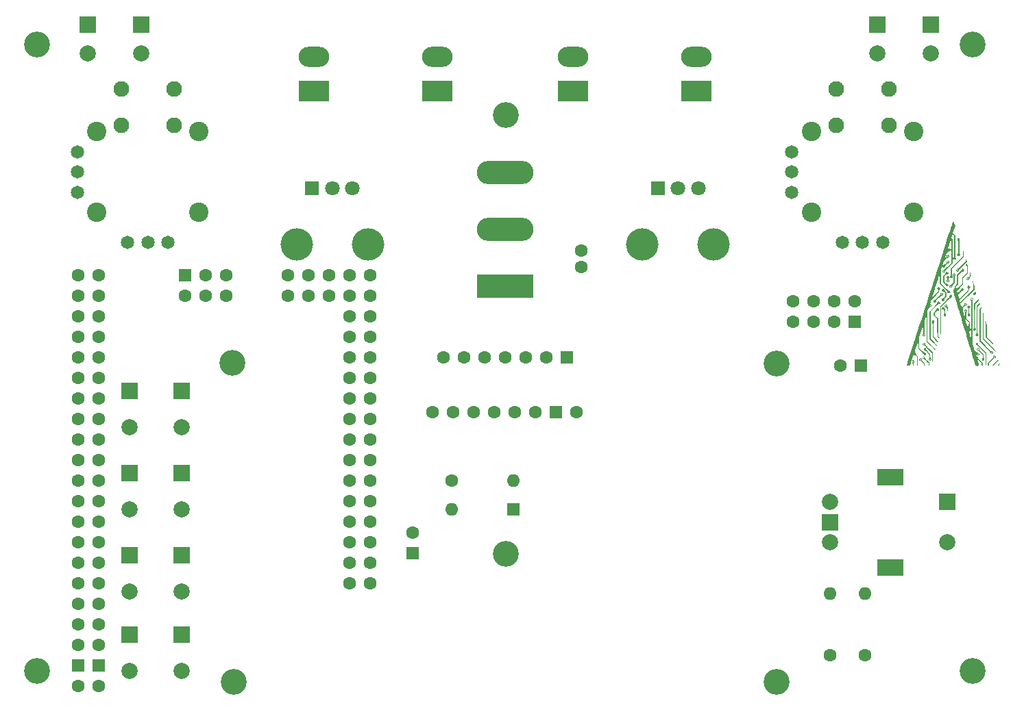
<source format=gbr>
%TF.GenerationSoftware,KiCad,Pcbnew,7.0.8*%
%TF.CreationDate,2023-11-22T02:38:27-05:00*%
%TF.ProjectId,RCTransmitterAecertRobotics,52435472-616e-4736-9d69-747465724165,rev?*%
%TF.SameCoordinates,Original*%
%TF.FileFunction,Soldermask,Top*%
%TF.FilePolarity,Negative*%
%FSLAX46Y46*%
G04 Gerber Fmt 4.6, Leading zero omitted, Abs format (unit mm)*
G04 Created by KiCad (PCBNEW 7.0.8) date 2023-11-22 02:38:27*
%MOMM*%
%LPD*%
G01*
G04 APERTURE LIST*
G04 Aperture macros list*
%AMRoundRect*
0 Rectangle with rounded corners*
0 $1 Rounding radius*
0 $2 $3 $4 $5 $6 $7 $8 $9 X,Y pos of 4 corners*
0 Add a 4 corners polygon primitive as box body*
4,1,4,$2,$3,$4,$5,$6,$7,$8,$9,$2,$3,0*
0 Add four circle primitives for the rounded corners*
1,1,$1+$1,$2,$3*
1,1,$1+$1,$4,$5*
1,1,$1+$1,$6,$7*
1,1,$1+$1,$8,$9*
0 Add four rect primitives between the rounded corners*
20,1,$1+$1,$2,$3,$4,$5,0*
20,1,$1+$1,$4,$5,$6,$7,0*
20,1,$1+$1,$6,$7,$8,$9,0*
20,1,$1+$1,$8,$9,$2,$3,0*%
G04 Aperture macros list end*
%ADD10C,1.650000*%
%ADD11C,1.950000*%
%ADD12C,2.400000*%
%ADD13C,2.000000*%
%ADD14R,2.000000X2.000000*%
%ADD15RoundRect,1.250000X0.650000X0.000000X-0.650000X0.000000X-0.650000X0.000000X0.650000X0.000000X0*%
%ADD16R,3.800000X2.500000*%
%ADD17C,1.600000*%
%ADD18R,1.600000X1.600000*%
%ADD19O,1.600000X1.600000*%
%ADD20C,3.200000*%
%ADD21R,3.200000X2.000000*%
%ADD22O,7.000000X2.900000*%
%ADD23R,7.000000X2.900000*%
%ADD24C,1.800000*%
%ADD25R,1.800000X1.800000*%
%ADD26C,4.000000*%
G04 APERTURE END LIST*
%TO.C,G\u002A\u002A\u002A*%
G36*
X196354584Y-82103227D02*
G01*
X196380660Y-82172503D01*
X196416712Y-82277809D01*
X196458936Y-82408449D01*
X196459718Y-82410933D01*
X196567064Y-82751839D01*
X196419760Y-83191476D01*
X196272456Y-83631113D01*
X196419361Y-83775808D01*
X196566265Y-83920504D01*
X196566265Y-85276526D01*
X196566484Y-85602340D01*
X196567250Y-85873190D01*
X196568726Y-86094156D01*
X196571078Y-86270322D01*
X196574470Y-86406767D01*
X196579065Y-86508575D01*
X196585028Y-86580826D01*
X196592524Y-86628602D01*
X196601716Y-86656985D01*
X196611301Y-86669924D01*
X196650992Y-86737192D01*
X196651668Y-86822295D01*
X196615539Y-86899409D01*
X196589609Y-86923423D01*
X196499192Y-86965570D01*
X196421908Y-86950788D01*
X196358279Y-86891053D01*
X196306748Y-86808063D01*
X196306032Y-86785249D01*
X196421483Y-86785249D01*
X196425842Y-86802001D01*
X196466437Y-86843465D01*
X196521505Y-86843940D01*
X196553034Y-86817161D01*
X196551693Y-86771660D01*
X196532288Y-86743188D01*
X196480722Y-86720315D01*
X196436252Y-86738498D01*
X196421483Y-86785249D01*
X196306032Y-86785249D01*
X196304661Y-86741566D01*
X196351847Y-86674229D01*
X196356100Y-86669924D01*
X196370499Y-86653677D01*
X196382393Y-86632746D01*
X196392020Y-86601650D01*
X196399620Y-86554910D01*
X196405431Y-86487044D01*
X196409694Y-86392573D01*
X196412646Y-86266017D01*
X196414529Y-86101894D01*
X196415580Y-85894724D01*
X196416040Y-85639028D01*
X196416147Y-85329324D01*
X196416147Y-85294454D01*
X196416147Y-83979031D01*
X196326390Y-83893038D01*
X196268342Y-83842684D01*
X196230234Y-83819364D01*
X196224470Y-83819867D01*
X196210311Y-83852872D01*
X196184342Y-83927886D01*
X196151911Y-84029377D01*
X196148467Y-84040554D01*
X196084626Y-84248419D01*
X196160316Y-84327422D01*
X196236005Y-84406425D01*
X196236005Y-85891328D01*
X196236005Y-87376231D01*
X195785651Y-87825834D01*
X195628557Y-87984188D01*
X195510585Y-88107093D01*
X195427005Y-88200122D01*
X195373084Y-88268847D01*
X195344092Y-88318839D01*
X195335299Y-88355670D01*
X195335296Y-88356234D01*
X195309833Y-88452829D01*
X195239891Y-88514094D01*
X195154712Y-88531390D01*
X195071219Y-88505909D01*
X195004338Y-88442984D01*
X194978465Y-88372084D01*
X195100311Y-88372084D01*
X195106516Y-88397721D01*
X195141436Y-88438379D01*
X195191722Y-88421305D01*
X195206851Y-88407637D01*
X195227499Y-88356290D01*
X195208614Y-88308233D01*
X195168726Y-88291201D01*
X195116210Y-88315102D01*
X195100311Y-88372084D01*
X194978465Y-88372084D01*
X194975110Y-88362890D01*
X194975013Y-88358215D01*
X194997762Y-88301204D01*
X195052365Y-88241427D01*
X195118352Y-88196301D01*
X195175255Y-88183239D01*
X195179430Y-88184294D01*
X195210900Y-88178095D01*
X195264477Y-88143288D01*
X195344281Y-88076310D01*
X195454433Y-87973594D01*
X195599054Y-87831576D01*
X195674320Y-87756069D01*
X196115911Y-87310927D01*
X196115911Y-85898239D01*
X196115870Y-85528465D01*
X196115192Y-85216718D01*
X196113041Y-84960978D01*
X196108586Y-84759225D01*
X196100990Y-84609438D01*
X196089420Y-84509599D01*
X196073043Y-84457687D01*
X196051024Y-84451682D01*
X196022529Y-84489564D01*
X195986724Y-84569312D01*
X195942775Y-84688908D01*
X195889848Y-84846331D01*
X195827108Y-85039560D01*
X195798270Y-85128931D01*
X195734152Y-85327400D01*
X195675610Y-85508337D01*
X195625336Y-85663441D01*
X195586022Y-85784411D01*
X195560363Y-85862945D01*
X195551593Y-85889310D01*
X195558923Y-85902502D01*
X195599398Y-85875828D01*
X195615992Y-85861296D01*
X195670201Y-85794103D01*
X195680321Y-85738413D01*
X195682711Y-85719112D01*
X195790897Y-85719112D01*
X195795794Y-85759329D01*
X195842009Y-85765245D01*
X195850533Y-85764147D01*
X195904687Y-85740034D01*
X195920757Y-85709168D01*
X195899681Y-85672396D01*
X195853649Y-85665746D01*
X195808454Y-85687242D01*
X195790897Y-85719112D01*
X195682711Y-85719112D01*
X195687741Y-85678494D01*
X195728796Y-85608775D01*
X195786365Y-85551540D01*
X195841197Y-85529026D01*
X195903913Y-85545613D01*
X195959112Y-85575764D01*
X196014689Y-85644483D01*
X196024570Y-85726813D01*
X195994946Y-85806138D01*
X195932007Y-85865842D01*
X195842308Y-85889310D01*
X195768131Y-85915798D01*
X195666304Y-85995330D01*
X195612328Y-86047535D01*
X195538122Y-86127235D01*
X195482634Y-86201988D01*
X195436570Y-86288534D01*
X195390634Y-86403613D01*
X195350647Y-86518800D01*
X195308096Y-86646453D01*
X195273770Y-86751908D01*
X195251593Y-86822945D01*
X195245225Y-86847047D01*
X195264405Y-86836585D01*
X195313955Y-86793724D01*
X195363758Y-86746508D01*
X195451211Y-86641610D01*
X195490482Y-86547639D01*
X195491359Y-86540724D01*
X195495058Y-86531135D01*
X195612498Y-86531135D01*
X195625693Y-86583759D01*
X195663215Y-86609807D01*
X195665556Y-86609877D01*
X195702629Y-86585780D01*
X195715521Y-86562823D01*
X195716788Y-86507325D01*
X195686929Y-86471322D01*
X195643909Y-86472159D01*
X195631546Y-86481760D01*
X195612498Y-86531135D01*
X195495058Y-86531135D01*
X195528158Y-86445330D01*
X195579242Y-86392111D01*
X195642514Y-86354250D01*
X195694444Y-86355348D01*
X195729360Y-86371120D01*
X195808561Y-86427037D01*
X195841707Y-86495255D01*
X195845238Y-86537670D01*
X195819045Y-86615721D01*
X195752198Y-86675547D01*
X195664083Y-86699940D01*
X195662441Y-86699948D01*
X195604528Y-86718941D01*
X195521665Y-86778269D01*
X195409163Y-86881458D01*
X195372673Y-86917723D01*
X195269773Y-87024394D01*
X195198992Y-87109459D01*
X195148238Y-87191945D01*
X195105419Y-87290878D01*
X195067815Y-87397423D01*
X194979279Y-87659348D01*
X195065049Y-87595935D01*
X195133842Y-87557724D01*
X195189186Y-87547765D01*
X195194153Y-87549151D01*
X195242180Y-87539155D01*
X195307913Y-87492041D01*
X195378042Y-87422104D01*
X195439253Y-87343640D01*
X195478234Y-87270944D01*
X195485414Y-87236384D01*
X195489632Y-87221678D01*
X195612498Y-87221678D01*
X195625693Y-87274302D01*
X195663215Y-87300351D01*
X195665556Y-87300421D01*
X195702629Y-87276324D01*
X195715521Y-87253367D01*
X195716788Y-87197868D01*
X195686929Y-87161866D01*
X195643909Y-87162703D01*
X195631546Y-87172303D01*
X195612498Y-87221678D01*
X195489632Y-87221678D01*
X195510551Y-87148747D01*
X195573991Y-87088237D01*
X195657776Y-87061863D01*
X195743950Y-87076635D01*
X195796009Y-87115137D01*
X195839193Y-87197583D01*
X195838200Y-87285139D01*
X195822721Y-87318444D01*
X195773211Y-87363850D01*
X195705567Y-87397627D01*
X195646443Y-87407896D01*
X195632112Y-87403389D01*
X195590413Y-87409383D01*
X195529027Y-87452631D01*
X195460394Y-87519656D01*
X195396958Y-87596984D01*
X195351158Y-87671140D01*
X195335296Y-87724858D01*
X195311628Y-87817665D01*
X195251676Y-87878794D01*
X195172016Y-87903642D01*
X195089224Y-87887608D01*
X195019877Y-87826090D01*
X195012665Y-87814426D01*
X194970862Y-87741588D01*
X195100311Y-87741588D01*
X195106516Y-87767225D01*
X195141436Y-87807882D01*
X195191722Y-87790808D01*
X195206851Y-87777140D01*
X195227499Y-87725793D01*
X195208614Y-87677736D01*
X195168726Y-87660704D01*
X195116210Y-87684606D01*
X195100311Y-87741588D01*
X194970862Y-87741588D01*
X194963039Y-87727958D01*
X194879317Y-87987061D01*
X194854372Y-88065598D01*
X194834948Y-88134188D01*
X194820348Y-88201663D01*
X194809881Y-88276856D01*
X194802850Y-88368599D01*
X194798563Y-88485725D01*
X194796326Y-88637067D01*
X194795444Y-88831456D01*
X194795232Y-89057167D01*
X194794871Y-89868169D01*
X195253083Y-90325666D01*
X195413640Y-90484443D01*
X195538561Y-90604043D01*
X195633288Y-90689091D01*
X195703260Y-90744210D01*
X195753918Y-90774025D01*
X195790703Y-90783160D01*
X195791364Y-90783163D01*
X195885953Y-90808190D01*
X195948425Y-90874362D01*
X195965793Y-90948293D01*
X195941284Y-91034699D01*
X195879504Y-91091755D01*
X195798075Y-91114455D01*
X195714617Y-91097793D01*
X195647935Y-91038596D01*
X195617404Y-90972010D01*
X195616362Y-90954117D01*
X195730807Y-90954117D01*
X195737013Y-90979754D01*
X195774627Y-91017413D01*
X195824345Y-91017367D01*
X195853785Y-90985823D01*
X195855791Y-90921318D01*
X195822664Y-90878753D01*
X195799222Y-90873234D01*
X195746706Y-90897135D01*
X195730807Y-90954117D01*
X195616362Y-90954117D01*
X195614551Y-90923001D01*
X195598739Y-90888906D01*
X195542847Y-90817871D01*
X195450585Y-90714040D01*
X195325664Y-90581557D01*
X195171796Y-90424566D01*
X195137474Y-90390190D01*
X194644752Y-89898148D01*
X194642072Y-89327358D01*
X194639392Y-88756567D01*
X194504458Y-89161886D01*
X194440326Y-89355631D01*
X194368496Y-89574482D01*
X194292734Y-89806797D01*
X194216802Y-90040935D01*
X194144466Y-90265256D01*
X194079488Y-90468119D01*
X194025635Y-90637882D01*
X193986669Y-90762904D01*
X193985063Y-90768151D01*
X193952256Y-90873680D01*
X193907551Y-91015071D01*
X193857686Y-91171102D01*
X193823733Y-91276384D01*
X193717464Y-91604476D01*
X194091037Y-91231799D01*
X194240113Y-91080708D01*
X194348615Y-90962943D01*
X194420216Y-90871233D01*
X194458589Y-90798311D01*
X194467405Y-90736907D01*
X194450338Y-90679751D01*
X194411060Y-90619574D01*
X194404563Y-90611214D01*
X194362370Y-90545681D01*
X194346284Y-90499412D01*
X194470252Y-90499412D01*
X194474694Y-90525944D01*
X194515262Y-90566697D01*
X194570430Y-90566610D01*
X194601498Y-90540093D01*
X194602372Y-90494703D01*
X194568626Y-90452966D01*
X194521778Y-90433442D01*
X194490862Y-90444666D01*
X194470252Y-90499412D01*
X194346284Y-90499412D01*
X194344520Y-90494338D01*
X194344516Y-90493889D01*
X194369766Y-90432173D01*
X194430626Y-90373597D01*
X194504759Y-90337049D01*
X194535016Y-90332808D01*
X194620458Y-90357823D01*
X194677939Y-90421163D01*
X194701476Y-90505273D01*
X194685088Y-90592600D01*
X194642990Y-90649651D01*
X194595051Y-90724822D01*
X194589729Y-90804802D01*
X194589801Y-90839408D01*
X194580445Y-90875132D01*
X194556633Y-90918141D01*
X194513335Y-90974600D01*
X194445525Y-91050677D01*
X194348173Y-91152539D01*
X194216252Y-91286351D01*
X194110782Y-91392183D01*
X193623288Y-91880350D01*
X193546515Y-92130342D01*
X193513194Y-92242631D01*
X193489498Y-92329912D01*
X193478936Y-92378902D01*
X193479292Y-92384881D01*
X193581722Y-92437314D01*
X193640729Y-92480447D01*
X193668999Y-92526362D01*
X193678111Y-92574246D01*
X193663608Y-92674860D01*
X193602959Y-92741352D01*
X193506943Y-92764723D01*
X193425726Y-92783943D01*
X193355083Y-92845399D01*
X193290670Y-92954789D01*
X193228149Y-93117809D01*
X193220958Y-93140019D01*
X193144337Y-93380208D01*
X193143954Y-95181322D01*
X193143570Y-96982436D01*
X193672254Y-97511732D01*
X193837880Y-97678345D01*
X193964963Y-97808498D01*
X194058055Y-97907549D01*
X194121705Y-97980855D01*
X194160462Y-98033776D01*
X194178877Y-98071668D01*
X194181500Y-98099891D01*
X194179382Y-98108943D01*
X194169637Y-98126073D01*
X194151700Y-98129082D01*
X194120776Y-98113908D01*
X194072070Y-98076488D01*
X194000787Y-98012761D01*
X193902129Y-97918665D01*
X193771303Y-97790137D01*
X193603513Y-97623117D01*
X193590651Y-97610271D01*
X193023476Y-97043685D01*
X193020704Y-95422112D01*
X193017933Y-93800539D01*
X192886479Y-94190846D01*
X192755025Y-94581154D01*
X192754144Y-95310443D01*
X192754097Y-95539023D01*
X192754987Y-95715465D01*
X192757422Y-95847679D01*
X192762016Y-95943571D01*
X192769379Y-96011053D01*
X192780121Y-96058031D01*
X192794855Y-96092414D01*
X192814191Y-96122112D01*
X192817171Y-96126172D01*
X192861376Y-96223407D01*
X192854446Y-96314622D01*
X192798875Y-96385578D01*
X192768677Y-96402864D01*
X192683148Y-96415874D01*
X192610908Y-96383313D01*
X192561293Y-96319526D01*
X192544817Y-96244234D01*
X192633169Y-96244234D01*
X192649612Y-96314826D01*
X192691425Y-96334605D01*
X192747334Y-96299224D01*
X192754514Y-96290994D01*
X192776871Y-96246006D01*
X192750548Y-96201935D01*
X192746059Y-96197371D01*
X192689130Y-96167905D01*
X192646160Y-96191414D01*
X192633169Y-96244234D01*
X192544817Y-96244234D01*
X192543641Y-96238859D01*
X192567290Y-96155657D01*
X192588844Y-96126586D01*
X192605558Y-96098917D01*
X192617338Y-96053022D01*
X192624728Y-95980372D01*
X192628273Y-95872440D01*
X192628520Y-95720702D01*
X192626373Y-95539745D01*
X192618157Y-95003454D01*
X192370070Y-95783084D01*
X192121984Y-96562714D01*
X192122375Y-97207732D01*
X192122767Y-97852750D01*
X192442394Y-98173371D01*
X192569478Y-98297174D01*
X192675032Y-98392644D01*
X192753179Y-98454809D01*
X192798040Y-98478697D01*
X192802910Y-98478303D01*
X192855549Y-98482146D01*
X192918625Y-98511641D01*
X192979140Y-98581481D01*
X192990608Y-98666976D01*
X192950684Y-98747716D01*
X192946272Y-98752295D01*
X192868540Y-98794900D01*
X192783835Y-98791547D01*
X192710723Y-98749655D01*
X192667773Y-98676642D01*
X192664197Y-98647408D01*
X192755897Y-98647408D01*
X192770685Y-98698269D01*
X192785116Y-98710535D01*
X192847131Y-98722887D01*
X192890247Y-98688890D01*
X192897463Y-98638030D01*
X192866515Y-98584335D01*
X192828733Y-98574298D01*
X192778130Y-98597079D01*
X192755897Y-98647408D01*
X192664197Y-98647408D01*
X192663192Y-98639194D01*
X192639727Y-98585338D01*
X192569363Y-98494094D01*
X192452143Y-98365514D01*
X192333646Y-98244749D01*
X192004099Y-97916225D01*
X191995880Y-97441928D01*
X191987660Y-96967631D01*
X191760031Y-97680894D01*
X191688873Y-97905665D01*
X191635348Y-98079694D01*
X191597923Y-98209144D01*
X191575064Y-98300177D01*
X191565237Y-98358957D01*
X191566909Y-98391647D01*
X191578544Y-98404410D01*
X191579889Y-98404761D01*
X191666128Y-98450457D01*
X191721505Y-98530412D01*
X191732459Y-98588073D01*
X191760114Y-98674407D01*
X191837542Y-98769451D01*
X191942625Y-98871302D01*
X191942625Y-99465885D01*
X191942384Y-99668716D01*
X191941140Y-99819275D01*
X191938106Y-99925339D01*
X191932498Y-99994682D01*
X191923530Y-100035080D01*
X191910416Y-100054307D01*
X191892373Y-100060141D01*
X191882578Y-100060468D01*
X191861869Y-100058043D01*
X191846564Y-100045518D01*
X191835847Y-100015021D01*
X191828902Y-99958680D01*
X191824915Y-99868620D01*
X191823069Y-99736971D01*
X191822549Y-99555858D01*
X191822530Y-99480624D01*
X191822530Y-98900780D01*
X191739965Y-98822745D01*
X191625787Y-98753288D01*
X191542337Y-98734563D01*
X191427274Y-98724416D01*
X191210090Y-99399948D01*
X190992906Y-100075480D01*
X190777222Y-100084301D01*
X190659168Y-100086299D01*
X190591105Y-100079407D01*
X190563449Y-100062237D01*
X190561537Y-100053102D01*
X190570550Y-100019711D01*
X190596801Y-99932883D01*
X190639113Y-99796329D01*
X190696306Y-99613766D01*
X190767204Y-99388907D01*
X190850626Y-99125466D01*
X190945394Y-98827159D01*
X191021773Y-98587361D01*
X191494904Y-98587361D01*
X191509692Y-98638221D01*
X191524123Y-98650487D01*
X191586138Y-98662840D01*
X191629254Y-98628842D01*
X191636470Y-98577982D01*
X191605522Y-98524288D01*
X191567740Y-98514250D01*
X191517137Y-98537031D01*
X191494904Y-98587361D01*
X191021773Y-98587361D01*
X191050331Y-98497699D01*
X191164257Y-98140800D01*
X191285993Y-97760177D01*
X191414363Y-97359545D01*
X191548186Y-96942617D01*
X191569337Y-96876786D01*
X191709900Y-96439336D01*
X191866407Y-95952247D01*
X192036437Y-95423048D01*
X192217571Y-94859272D01*
X192407390Y-94268449D01*
X192603474Y-93658110D01*
X192803403Y-93035787D01*
X192945839Y-92592416D01*
X193451512Y-92592416D01*
X193471293Y-92626560D01*
X193522086Y-92655354D01*
X193571570Y-92642869D01*
X193593925Y-92595655D01*
X193593925Y-92595439D01*
X193570022Y-92548951D01*
X193517784Y-92530255D01*
X193467080Y-92549299D01*
X193451512Y-92592416D01*
X192945839Y-92592416D01*
X193004760Y-92409009D01*
X193205122Y-91785309D01*
X193402073Y-91172217D01*
X193593191Y-90577264D01*
X193776058Y-90007981D01*
X193883887Y-89672288D01*
X194117676Y-88944456D01*
X194333855Y-88271463D01*
X194533176Y-87650974D01*
X194716390Y-87080658D01*
X194884248Y-86558182D01*
X195037503Y-86081213D01*
X195176906Y-85647417D01*
X195303209Y-85254463D01*
X195417163Y-84900017D01*
X195519519Y-84581747D01*
X195611030Y-84297319D01*
X195692447Y-84044401D01*
X195764522Y-83820660D01*
X195828005Y-83623764D01*
X195883650Y-83451378D01*
X195932206Y-83301171D01*
X195974427Y-83170810D01*
X196011063Y-83057961D01*
X196042867Y-82960292D01*
X196070589Y-82875471D01*
X196094981Y-82801163D01*
X196116796Y-82735037D01*
X196136784Y-82674760D01*
X196155697Y-82617998D01*
X196174287Y-82562420D01*
X196181238Y-82541674D01*
X196233236Y-82387718D01*
X196278791Y-82255040D01*
X196314444Y-82153539D01*
X196336736Y-82093118D01*
X196342285Y-82080673D01*
X196354584Y-82103227D01*
G37*
G36*
X198054809Y-87374416D02*
G01*
X198069450Y-87392866D01*
X198074287Y-87444180D01*
X198051876Y-87468861D01*
X198011645Y-87523368D01*
X198018767Y-87575890D01*
X198070267Y-87605851D01*
X198071704Y-87606075D01*
X198095097Y-87611560D01*
X198111874Y-87625664D01*
X198123001Y-87656950D01*
X198129443Y-87713984D01*
X198132165Y-87805331D01*
X198132133Y-87939556D01*
X198130311Y-88125223D01*
X198130302Y-88126071D01*
X198124595Y-88636473D01*
X197840820Y-88922234D01*
X197557046Y-89207996D01*
X197557046Y-89597364D01*
X197557046Y-89986732D01*
X197162138Y-90382453D01*
X196767231Y-90778175D01*
X196806631Y-90923282D01*
X196831359Y-91009317D01*
X196850784Y-91068012D01*
X196857088Y-91081718D01*
X196881649Y-91068005D01*
X196938289Y-91020136D01*
X197017032Y-90946819D01*
X197062477Y-90902444D01*
X197165343Y-90794730D01*
X197227081Y-90714432D01*
X197254184Y-90652389D01*
X197256426Y-90631654D01*
X197361506Y-90631654D01*
X197367173Y-90650992D01*
X197404939Y-90689060D01*
X197455684Y-90689800D01*
X197492323Y-90656957D01*
X197496998Y-90633045D01*
X197475481Y-90582417D01*
X197441955Y-90572998D01*
X197375865Y-90587474D01*
X197361506Y-90631654D01*
X197256426Y-90631654D01*
X197256809Y-90628109D01*
X197283543Y-90545370D01*
X197350590Y-90480832D01*
X197438213Y-90453001D01*
X197443631Y-90452903D01*
X197513106Y-90478013D01*
X197577297Y-90538288D01*
X197614460Y-90611147D01*
X197617093Y-90633045D01*
X197591151Y-90709401D01*
X197527736Y-90775767D01*
X197448466Y-90811473D01*
X197428694Y-90813187D01*
X197380833Y-90833755D01*
X197305644Y-90888053D01*
X197214837Y-90964969D01*
X197120125Y-91053390D01*
X197033218Y-91142207D01*
X196965829Y-91220306D01*
X196929669Y-91276576D01*
X196926549Y-91289610D01*
X196934612Y-91334593D01*
X196955368Y-91416818D01*
X196983673Y-91518593D01*
X197014381Y-91622223D01*
X197042345Y-91710017D01*
X197062420Y-91764281D01*
X197067005Y-91772541D01*
X197090487Y-91755900D01*
X197150553Y-91702028D01*
X197241518Y-91616345D01*
X197357701Y-91504273D01*
X197493418Y-91371232D01*
X197633204Y-91232419D01*
X197812314Y-91052715D01*
X197952063Y-90909179D01*
X198055971Y-90795947D01*
X198127559Y-90707152D01*
X198170347Y-90636929D01*
X198187854Y-90579413D01*
X198183602Y-90528738D01*
X198161111Y-90479038D01*
X198123900Y-90424448D01*
X198120703Y-90420114D01*
X198078680Y-90356043D01*
X198073961Y-90323621D01*
X198192746Y-90323621D01*
X198198951Y-90349258D01*
X198236565Y-90386917D01*
X198286284Y-90386871D01*
X198315724Y-90355326D01*
X198317730Y-90290822D01*
X198284603Y-90248257D01*
X198261161Y-90242737D01*
X198208645Y-90266639D01*
X198192746Y-90323621D01*
X198073961Y-90323621D01*
X198071924Y-90309629D01*
X198096887Y-90252710D01*
X198099122Y-90248694D01*
X198163903Y-90180732D01*
X198245845Y-90155569D01*
X198328151Y-90169549D01*
X198394024Y-90219015D01*
X198426668Y-90300309D01*
X198427731Y-90320235D01*
X198405618Y-90395812D01*
X198367684Y-90444857D01*
X198320388Y-90517979D01*
X198307637Y-90616931D01*
X198306139Y-90653693D01*
X198298563Y-90688906D01*
X198280286Y-90728130D01*
X198246685Y-90776921D01*
X198193137Y-90840838D01*
X198115020Y-90925439D01*
X198007710Y-91036281D01*
X197866584Y-91178922D01*
X197707586Y-91338332D01*
X197107535Y-91939073D01*
X197142706Y-92053396D01*
X197177878Y-92167719D01*
X197997958Y-91348045D01*
X198818039Y-90528372D01*
X198818039Y-90204197D01*
X198816623Y-90055105D01*
X198810968Y-89952318D01*
X198798960Y-89882133D01*
X198778487Y-89830843D01*
X198754880Y-89794596D01*
X198720087Y-89723465D01*
X198710263Y-89651272D01*
X198725369Y-89597933D01*
X198755282Y-89582217D01*
X198773473Y-89608981D01*
X198803497Y-89680979D01*
X198840475Y-89785770D01*
X198864195Y-89859936D01*
X198909882Y-90022618D01*
X198935166Y-90157167D01*
X198944133Y-90290280D01*
X198943454Y-90377844D01*
X198937069Y-90618033D01*
X198081461Y-91474364D01*
X197225853Y-92330695D01*
X197301378Y-92583024D01*
X197335229Y-92697847D01*
X197361233Y-92789347D01*
X197375422Y-92843413D01*
X197376904Y-92851554D01*
X197396348Y-92839955D01*
X197447933Y-92794700D01*
X197521540Y-92724790D01*
X197542034Y-92704676D01*
X197640261Y-92598823D01*
X197693446Y-92518089D01*
X197706260Y-92466311D01*
X197806147Y-92466311D01*
X197810466Y-92491629D01*
X197857415Y-92522659D01*
X197911427Y-92510132D01*
X197937658Y-92476469D01*
X197935446Y-92423882D01*
X197897112Y-92396316D01*
X197845263Y-92406260D01*
X197831212Y-92417656D01*
X197806147Y-92466311D01*
X197706260Y-92466311D01*
X197707164Y-92462660D01*
X197730692Y-92373060D01*
X197790067Y-92312453D01*
X197868478Y-92288234D01*
X197949113Y-92307798D01*
X197987735Y-92339251D01*
X198032945Y-92426167D01*
X198028327Y-92517266D01*
X197975785Y-92592631D01*
X197962597Y-92602202D01*
X197895842Y-92632683D01*
X197846527Y-92635405D01*
X197805155Y-92647657D01*
X197736296Y-92697040D01*
X197651626Y-92775169D01*
X197651141Y-92775660D01*
X197570477Y-92860560D01*
X197524158Y-92923205D01*
X197502664Y-92982347D01*
X197496477Y-93056740D01*
X197496201Y-93080916D01*
X197505512Y-93174685D01*
X197532798Y-93315855D01*
X197576013Y-93495216D01*
X197633114Y-93703556D01*
X197638813Y-93723236D01*
X197782223Y-94216382D01*
X197790657Y-93831708D01*
X197793053Y-93666407D01*
X197791114Y-93550442D01*
X197783876Y-93473200D01*
X197770373Y-93424063D01*
X197750877Y-93393758D01*
X197712760Y-93312275D01*
X197715024Y-93290197D01*
X197801986Y-93290197D01*
X197822280Y-93339465D01*
X197869476Y-93360660D01*
X197879364Y-93359564D01*
X197929471Y-93324942D01*
X197941721Y-93297207D01*
X197927986Y-93246665D01*
X197881672Y-93220852D01*
X197829021Y-93232427D01*
X197821254Y-93239097D01*
X197801986Y-93290197D01*
X197715024Y-93290197D01*
X197721975Y-93222394D01*
X197774283Y-93146479D01*
X197801281Y-93127740D01*
X197864021Y-93100437D01*
X197915181Y-93109142D01*
X197958905Y-93134991D01*
X198019707Y-93205520D01*
X198038342Y-93295547D01*
X198011935Y-93381808D01*
X197992388Y-93405942D01*
X197972757Y-93438817D01*
X197959455Y-93497532D01*
X197951488Y-93591607D01*
X197947861Y-93730564D01*
X197947353Y-93836729D01*
X197947353Y-94222480D01*
X198157518Y-94431035D01*
X198367684Y-94639590D01*
X198367684Y-95024413D01*
X198368570Y-95186105D01*
X198372356Y-95299944D01*
X198380734Y-95378110D01*
X198395396Y-95432786D01*
X198418031Y-95476152D01*
X198433479Y-95498227D01*
X198477775Y-95596675D01*
X198466943Y-95686739D01*
X198404415Y-95756724D01*
X198350217Y-95782099D01*
X198258979Y-95812123D01*
X198410908Y-96322525D01*
X198562838Y-96832927D01*
X198570524Y-94433163D01*
X198571893Y-93997470D01*
X198572962Y-93617842D01*
X198573648Y-93290295D01*
X198573864Y-93010849D01*
X198573527Y-92775520D01*
X198572552Y-92580326D01*
X198570852Y-92421284D01*
X198568344Y-92294413D01*
X198564943Y-92195729D01*
X198560563Y-92121251D01*
X198555120Y-92066996D01*
X198548529Y-92028982D01*
X198540704Y-92003226D01*
X198531561Y-91985746D01*
X198521016Y-91972560D01*
X198517983Y-91969289D01*
X198467216Y-91883743D01*
X198465312Y-91844652D01*
X198557610Y-91844652D01*
X198589081Y-91883898D01*
X198639669Y-91894038D01*
X198688941Y-91871675D01*
X198697944Y-91837203D01*
X198676675Y-91780258D01*
X198628543Y-91761388D01*
X198577460Y-91789424D01*
X198557610Y-91844652D01*
X198465312Y-91844652D01*
X198463085Y-91798949D01*
X198495638Y-91725501D01*
X198554919Y-91673990D01*
X198630976Y-91655008D01*
X198713853Y-91679148D01*
X198757991Y-91713896D01*
X198802403Y-91771782D01*
X198818039Y-91814930D01*
X198800614Y-91865881D01*
X198758643Y-91931424D01*
X198757991Y-91932254D01*
X198747564Y-91946662D01*
X198738420Y-91964210D01*
X198730473Y-91988702D01*
X198723641Y-92023945D01*
X198717839Y-92073743D01*
X198712983Y-92141903D01*
X198708989Y-92232228D01*
X198705773Y-92348525D01*
X198703250Y-92494599D01*
X198701337Y-92674256D01*
X198699949Y-92891300D01*
X198699002Y-93149537D01*
X198698412Y-93452772D01*
X198698095Y-93804811D01*
X198697967Y-94209459D01*
X198697944Y-94648357D01*
X198697944Y-97288122D01*
X198818039Y-97688600D01*
X198861433Y-97834135D01*
X198897849Y-97957835D01*
X198924161Y-98048970D01*
X198937248Y-98096810D01*
X198938133Y-98101234D01*
X198957386Y-98127025D01*
X199008603Y-98184960D01*
X199081975Y-98264050D01*
X199107833Y-98291302D01*
X199212715Y-98393265D01*
X199292140Y-98450843D01*
X199353905Y-98469651D01*
X199355528Y-98469675D01*
X199444566Y-98483257D01*
X199504930Y-98532638D01*
X199536245Y-98583817D01*
X199553389Y-98664564D01*
X199525295Y-98732461D01*
X199466533Y-98780048D01*
X199391671Y-98799866D01*
X199315276Y-98784456D01*
X199253392Y-98728646D01*
X199224497Y-98662395D01*
X199223371Y-98615114D01*
X199221733Y-98608127D01*
X199316123Y-98608127D01*
X199317467Y-98665721D01*
X199348779Y-98719243D01*
X199388488Y-98739428D01*
X199424836Y-98719137D01*
X199445377Y-98698198D01*
X199465750Y-98638151D01*
X199443558Y-98583457D01*
X199389108Y-98559288D01*
X199388488Y-98559286D01*
X199333176Y-98583270D01*
X199316123Y-98608127D01*
X199221733Y-98608127D01*
X199212637Y-98569340D01*
X199163714Y-98502437D01*
X199130527Y-98468271D01*
X199079246Y-98419863D01*
X199048766Y-98397203D01*
X199038293Y-98406951D01*
X199047031Y-98455770D01*
X199074185Y-98550323D01*
X199107628Y-98660076D01*
X199147247Y-98769539D01*
X199188448Y-98833447D01*
X199236748Y-98864613D01*
X199318348Y-98912381D01*
X199353635Y-98985287D01*
X199358004Y-99040227D01*
X199371933Y-99087102D01*
X199416319Y-99154032D01*
X199495774Y-99246763D01*
X199614907Y-99371038D01*
X199658700Y-99414960D01*
X199958937Y-99714070D01*
X199958937Y-99887269D01*
X199956568Y-99985508D01*
X199946235Y-100037740D01*
X199923098Y-100057923D01*
X199898890Y-100060468D01*
X199863604Y-100052982D01*
X199845569Y-100020878D01*
X199839293Y-99949687D01*
X199838842Y-99902251D01*
X199838842Y-99744034D01*
X199550561Y-99459402D01*
X199447787Y-99360822D01*
X199363745Y-99285786D01*
X199305430Y-99240096D01*
X199279838Y-99229554D01*
X199279778Y-99234818D01*
X199294746Y-99285968D01*
X199322686Y-99381253D01*
X199359643Y-99507197D01*
X199401664Y-99650322D01*
X199402929Y-99654629D01*
X199443378Y-99795279D01*
X199476672Y-99916601D01*
X199499500Y-100006126D01*
X199508550Y-100051384D01*
X199508582Y-100052442D01*
X199481789Y-100073239D01*
X199413384Y-100086503D01*
X199321333Y-100092211D01*
X199223600Y-100090343D01*
X199138149Y-100080878D01*
X199082946Y-100063793D01*
X199072498Y-100052962D01*
X199061469Y-100017633D01*
X199035018Y-99930315D01*
X198994813Y-99796581D01*
X198942521Y-99622007D01*
X198879809Y-99412168D01*
X198808345Y-99172637D01*
X198750106Y-98977161D01*
X199208346Y-98977161D01*
X199218250Y-99027075D01*
X199227536Y-99054738D01*
X199249212Y-99085810D01*
X199269794Y-99067422D01*
X199281535Y-99007872D01*
X199277415Y-98989845D01*
X199248359Y-98954976D01*
X199217301Y-98954439D01*
X199208346Y-98977161D01*
X198750106Y-98977161D01*
X198729795Y-98908990D01*
X198645828Y-98626801D01*
X198621290Y-98544274D01*
X198525857Y-98223261D01*
X198427029Y-97890850D01*
X198327828Y-97557208D01*
X198231278Y-97232503D01*
X198140402Y-96926902D01*
X198058225Y-96650573D01*
X197987768Y-96413683D01*
X197942789Y-96262477D01*
X197832115Y-95890392D01*
X197750609Y-95616239D01*
X198247589Y-95616239D01*
X198268026Y-95673100D01*
X198317020Y-95686083D01*
X198366612Y-95658405D01*
X198394486Y-95620538D01*
X198376192Y-95583206D01*
X198361987Y-95568381D01*
X198304365Y-95537604D01*
X198261256Y-95560389D01*
X198247589Y-95616239D01*
X197750609Y-95616239D01*
X197734334Y-95561495D01*
X197645184Y-95261428D01*
X197560402Y-94975837D01*
X197475725Y-94690363D01*
X197386891Y-94390651D01*
X197357206Y-94290454D01*
X197809344Y-94290454D01*
X197899194Y-94594716D01*
X197974060Y-94845704D01*
X198035399Y-95047897D01*
X198084673Y-95205774D01*
X198123341Y-95323811D01*
X198152863Y-95406488D01*
X198174698Y-95458283D01*
X198190307Y-95483674D01*
X198199672Y-95487874D01*
X198215313Y-95452916D01*
X198227894Y-95362105D01*
X198236982Y-95219575D01*
X198241013Y-95092211D01*
X198249449Y-94707471D01*
X198021963Y-94473707D01*
X197932577Y-94384788D01*
X197862447Y-94320685D01*
X197819155Y-94287933D01*
X197809344Y-94290454D01*
X197357206Y-94290454D01*
X197336590Y-94220870D01*
X197212580Y-93802551D01*
X197092368Y-93397660D01*
X196977141Y-93010163D01*
X196868087Y-92644022D01*
X196766391Y-92303200D01*
X196673240Y-91991661D01*
X196589822Y-91713369D01*
X196517322Y-91472287D01*
X196456928Y-91272378D01*
X196409827Y-91117605D01*
X196377204Y-91011933D01*
X196360246Y-90959325D01*
X196359185Y-90956408D01*
X196346040Y-90888859D01*
X196356721Y-90802174D01*
X196385031Y-90702305D01*
X196427198Y-90568985D01*
X196472646Y-90421696D01*
X196494951Y-90347820D01*
X196573099Y-90166561D01*
X196677578Y-90029458D01*
X196806455Y-89891238D01*
X196806455Y-89353264D01*
X196806455Y-88815289D01*
X197061656Y-88561414D01*
X197194012Y-88423427D01*
X197278353Y-88320501D01*
X197315062Y-88252155D01*
X197316856Y-88239322D01*
X197319396Y-88231154D01*
X197436951Y-88231154D01*
X197458181Y-88281332D01*
X197496998Y-88291201D01*
X197547177Y-88269971D01*
X197557046Y-88231154D01*
X197535816Y-88180975D01*
X197496998Y-88171106D01*
X197446820Y-88192336D01*
X197436951Y-88231154D01*
X197319396Y-88231154D01*
X197341668Y-88159519D01*
X197402312Y-88090138D01*
X197478100Y-88052804D01*
X197496998Y-88051012D01*
X197569148Y-88075190D01*
X197635811Y-88133230D01*
X197674405Y-88203387D01*
X197677140Y-88224473D01*
X197652103Y-88312597D01*
X197589339Y-88381424D01*
X197507365Y-88411184D01*
X197502139Y-88411295D01*
X197452922Y-88422635D01*
X197390152Y-88460714D01*
X197305773Y-88531618D01*
X197191733Y-88641434D01*
X197173581Y-88659618D01*
X196926549Y-88907940D01*
X196926549Y-89446794D01*
X196926549Y-89985648D01*
X196773063Y-90141065D01*
X196701258Y-90213607D01*
X196657704Y-90266269D01*
X196639840Y-90315235D01*
X196645100Y-90376690D01*
X196670922Y-90466821D01*
X196704924Y-90571260D01*
X196731109Y-90569022D01*
X196796260Y-90521547D01*
X196900108Y-90429061D01*
X197042389Y-90291788D01*
X197077939Y-90256481D01*
X197436951Y-89898404D01*
X197436951Y-89522046D01*
X197436951Y-89145689D01*
X197722176Y-88861650D01*
X198007400Y-88577611D01*
X198007400Y-88153835D01*
X198006708Y-87984396D01*
X198003756Y-87864543D01*
X197997232Y-87783824D01*
X197985823Y-87731784D01*
X197968215Y-87697972D01*
X197947353Y-87675716D01*
X197895049Y-87594144D01*
X197892292Y-87503155D01*
X197937791Y-87422912D01*
X197964927Y-87401064D01*
X198022629Y-87369335D01*
X198054809Y-87374416D01*
G37*
G36*
X197028037Y-84277511D02*
G01*
X197069400Y-84318574D01*
X197103647Y-84393245D01*
X197124140Y-84477909D01*
X197124240Y-84548953D01*
X197111732Y-84575238D01*
X197099903Y-84608741D01*
X197090681Y-84685300D01*
X197083911Y-84808541D01*
X197079438Y-84982091D01*
X197077108Y-85209575D01*
X197076667Y-85396248D01*
X197077129Y-85639686D01*
X197078760Y-85829793D01*
X197081926Y-85973282D01*
X197086995Y-86076863D01*
X197094333Y-86147250D01*
X197104309Y-86191152D01*
X197117289Y-86215283D01*
X197121703Y-86219570D01*
X197159527Y-86285269D01*
X197161759Y-86371315D01*
X197129472Y-86450498D01*
X197111833Y-86470117D01*
X197023582Y-86515012D01*
X196930245Y-86503806D01*
X196866502Y-86459759D01*
X196821519Y-86394399D01*
X196806455Y-86339664D01*
X196926549Y-86339664D01*
X196947779Y-86389843D01*
X196986596Y-86399711D01*
X197036775Y-86378482D01*
X197046644Y-86339664D01*
X197025414Y-86289485D01*
X196986596Y-86279617D01*
X196936418Y-86300847D01*
X196926549Y-86339664D01*
X196806455Y-86339664D01*
X196826832Y-86274305D01*
X196866502Y-86219570D01*
X196885052Y-86198065D01*
X196899337Y-86170288D01*
X196909912Y-86128741D01*
X196917332Y-86065929D01*
X196922150Y-85974354D01*
X196924922Y-85846521D01*
X196926202Y-85674934D01*
X196926544Y-85452095D01*
X196926549Y-85407716D01*
X196926331Y-85175269D01*
X196925283Y-84995106D01*
X196922814Y-84859465D01*
X196918330Y-84760585D01*
X196911241Y-84690701D01*
X196900954Y-84642052D01*
X196886878Y-84606877D01*
X196868422Y-84577411D01*
X196862641Y-84569468D01*
X196816979Y-84479746D01*
X196817590Y-84448175D01*
X196926549Y-84448175D01*
X196947779Y-84498354D01*
X196986596Y-84508222D01*
X197036775Y-84486992D01*
X197046644Y-84448175D01*
X197025414Y-84397996D01*
X196986596Y-84388128D01*
X196936418Y-84409357D01*
X196926549Y-84448175D01*
X196817590Y-84448175D01*
X196818434Y-84404533D01*
X196860572Y-84333050D01*
X196932093Y-84284312D01*
X197009461Y-84272584D01*
X197028037Y-84277511D01*
G37*
G36*
X199449269Y-97854988D02*
G01*
X199517034Y-97905388D01*
X199539484Y-97946110D01*
X199555314Y-98015427D01*
X199552361Y-98056343D01*
X199566987Y-98090724D01*
X199617421Y-98157324D01*
X199695999Y-98246940D01*
X199795056Y-98350370D01*
X199808405Y-98363720D01*
X200079031Y-98633093D01*
X200079031Y-98881414D01*
X200081842Y-98995018D01*
X200089327Y-99081310D01*
X200100069Y-99126319D01*
X200104236Y-99129735D01*
X200143123Y-99155576D01*
X200167694Y-99217551D01*
X200172037Y-99292339D01*
X200158313Y-99343116D01*
X200106083Y-99396491D01*
X200029618Y-99424530D01*
X199953522Y-99422223D01*
X199908499Y-99393975D01*
X199862361Y-99305006D01*
X199870955Y-99238623D01*
X199946619Y-99238623D01*
X199947963Y-99296217D01*
X199979276Y-99349740D01*
X200018984Y-99369924D01*
X200055333Y-99349633D01*
X200075873Y-99328694D01*
X200096247Y-99268647D01*
X200074054Y-99213953D01*
X200019605Y-99189785D01*
X200018984Y-99189782D01*
X199963672Y-99213766D01*
X199946619Y-99238623D01*
X199870955Y-99238623D01*
X199872988Y-99222915D01*
X199900567Y-99179457D01*
X199933434Y-99122638D01*
X199951639Y-99045865D01*
X199958556Y-98932066D01*
X199958937Y-98884148D01*
X199958937Y-98663043D01*
X199710615Y-98416011D01*
X199590714Y-98300556D01*
X199501806Y-98224878D01*
X199435960Y-98183031D01*
X199385244Y-98169071D01*
X199381047Y-98168979D01*
X199295660Y-98143287D01*
X199240032Y-98078026D01*
X199229381Y-98012206D01*
X199305901Y-98012206D01*
X199320972Y-98054595D01*
X199327190Y-98062389D01*
X199369057Y-98100853D01*
X199388488Y-98108931D01*
X199424168Y-98088515D01*
X199449786Y-98062389D01*
X199471776Y-98018176D01*
X199446564Y-97974232D01*
X199438450Y-97965884D01*
X199396241Y-97932224D01*
X199361533Y-97944187D01*
X199338525Y-97965884D01*
X199305901Y-98012206D01*
X199229381Y-98012206D01*
X199225936Y-97990917D01*
X199235852Y-97950423D01*
X199289508Y-97877777D01*
X199367037Y-97845875D01*
X199449269Y-97854988D01*
G37*
G36*
X196494763Y-88644896D02*
G01*
X196558786Y-88704004D01*
X196593602Y-88781988D01*
X196591280Y-88862052D01*
X196551254Y-88921697D01*
X196532875Y-88948230D01*
X196520040Y-88998231D01*
X196511892Y-89080678D01*
X196507572Y-89204548D01*
X196506223Y-89378815D01*
X196506218Y-89393339D01*
X196506218Y-89827604D01*
X196331483Y-90012653D01*
X196243916Y-90113291D01*
X196181672Y-90200710D01*
X196153688Y-90262142D01*
X196153026Y-90267654D01*
X196135233Y-90342226D01*
X196113920Y-90380243D01*
X196052405Y-90413865D01*
X195964603Y-90419390D01*
X195877880Y-90395680D01*
X195868216Y-90390451D01*
X195830086Y-90338243D01*
X195815967Y-90257809D01*
X195910497Y-90257809D01*
X195930790Y-90307077D01*
X195977987Y-90328272D01*
X195987875Y-90327177D01*
X196037982Y-90292555D01*
X196050232Y-90264820D01*
X196036497Y-90214277D01*
X195990183Y-90188464D01*
X195937531Y-90200039D01*
X195929764Y-90206709D01*
X195910497Y-90257809D01*
X195815967Y-90257809D01*
X195815955Y-90257742D01*
X195826836Y-90176129D01*
X195858311Y-90124634D01*
X195922097Y-90094571D01*
X195970900Y-90086011D01*
X196029620Y-90063291D01*
X196113018Y-90005791D01*
X196198476Y-89931098D01*
X196356100Y-89779422D01*
X196356100Y-89380583D01*
X196355281Y-89216229D01*
X196351865Y-89100898D01*
X196344409Y-89023580D01*
X196331474Y-88973262D01*
X196311618Y-88938932D01*
X196296053Y-88921697D01*
X196251070Y-88856338D01*
X196236005Y-88801603D01*
X196356100Y-88801603D01*
X196369814Y-88849752D01*
X196420824Y-88856619D01*
X196423653Y-88856232D01*
X196476469Y-88831693D01*
X196491206Y-88801603D01*
X196465649Y-88762762D01*
X196423653Y-88746973D01*
X196370959Y-88752527D01*
X196356116Y-88798916D01*
X196356100Y-88801603D01*
X196236005Y-88801603D01*
X196260184Y-88729453D01*
X196318224Y-88662790D01*
X196388381Y-88624196D01*
X196409467Y-88621461D01*
X196494763Y-88644896D01*
G37*
G36*
X195612877Y-88454229D02*
G01*
X195678866Y-88508047D01*
X195714415Y-88575771D01*
X195725604Y-88622908D01*
X195700735Y-88685587D01*
X195641114Y-88747446D01*
X195569214Y-88789482D01*
X195520283Y-88796495D01*
X195454475Y-88812659D01*
X195369712Y-88873646D01*
X195352135Y-88890057D01*
X195245225Y-88993524D01*
X195245225Y-89326065D01*
X195245857Y-89471984D01*
X195249695Y-89571895D01*
X195259653Y-89639839D01*
X195278646Y-89689857D01*
X195309587Y-89735986D01*
X195337482Y-89770530D01*
X195414578Y-89847862D01*
X195486603Y-89879931D01*
X195517624Y-89882454D01*
X195608879Y-89905645D01*
X195683945Y-89964065D01*
X195723512Y-90040989D01*
X195725604Y-90062596D01*
X195699546Y-90139302D01*
X195635641Y-90205527D01*
X195555291Y-90241033D01*
X195535103Y-90242737D01*
X195459612Y-90221102D01*
X195415009Y-90187832D01*
X195375172Y-90113932D01*
X195372318Y-90098014D01*
X195474641Y-90098014D01*
X195525004Y-90121336D01*
X195550466Y-90122643D01*
X195596875Y-90099169D01*
X195605509Y-90062596D01*
X195583518Y-90016267D01*
X195535599Y-90001887D01*
X195488837Y-90023201D01*
X195475683Y-90044649D01*
X195474641Y-90098014D01*
X195372318Y-90098014D01*
X195365320Y-90058977D01*
X195339237Y-89983763D01*
X195263329Y-89886325D01*
X195230213Y-89852430D01*
X195095107Y-89719833D01*
X195095107Y-89342028D01*
X195095107Y-88964223D01*
X195230213Y-88831626D01*
X195321773Y-88727848D01*
X195362478Y-88644854D01*
X195365320Y-88619863D01*
X195366503Y-88615545D01*
X195471595Y-88615545D01*
X195475399Y-88638668D01*
X195513985Y-88677056D01*
X195564496Y-88671664D01*
X195595426Y-88634455D01*
X195594153Y-88575997D01*
X195580744Y-88554663D01*
X195536103Y-88542079D01*
X195492395Y-88568213D01*
X195471595Y-88615545D01*
X195366503Y-88615545D01*
X195389374Y-88532034D01*
X195450094Y-88471071D01*
X195530317Y-88443096D01*
X195612877Y-88454229D01*
G37*
G36*
X195171610Y-90538941D02*
G01*
X195237918Y-90602559D01*
X195273540Y-90682275D01*
X195275249Y-90702214D01*
X195297101Y-90766799D01*
X195353717Y-90845408D01*
X195380332Y-90873234D01*
X195485414Y-90975084D01*
X195485414Y-91263180D01*
X195485414Y-91551275D01*
X195350308Y-91683872D01*
X195268206Y-91776256D01*
X195222101Y-91854003D01*
X195215202Y-91885277D01*
X195190436Y-91965436D01*
X195129849Y-92034995D01*
X195054007Y-92072385D01*
X195035060Y-92074180D01*
X194969700Y-92053803D01*
X194914965Y-92014132D01*
X194869983Y-91948773D01*
X194854918Y-91894038D01*
X194975013Y-91894038D01*
X194996242Y-91944216D01*
X195035060Y-91954085D01*
X195085239Y-91932855D01*
X195095107Y-91894038D01*
X195073877Y-91843859D01*
X195035060Y-91833990D01*
X194984881Y-91855220D01*
X194975013Y-91894038D01*
X194854918Y-91894038D01*
X194880897Y-91817569D01*
X194944468Y-91751247D01*
X195024079Y-91715606D01*
X195043978Y-91713896D01*
X195108444Y-91691661D01*
X195189499Y-91632912D01*
X195224120Y-91600041D01*
X195281314Y-91538360D01*
X195314513Y-91486347D01*
X195330233Y-91424301D01*
X195334991Y-91332520D01*
X195335296Y-91263918D01*
X195333081Y-91145123D01*
X195323197Y-91067863D01*
X195300791Y-91013694D01*
X195261005Y-90964170D01*
X195254620Y-90957442D01*
X195184290Y-90902042D01*
X195114995Y-90874059D01*
X195104502Y-90873234D01*
X195023962Y-90848517D01*
X194954215Y-90787992D01*
X194916762Y-90712094D01*
X194914965Y-90693092D01*
X195035060Y-90693092D01*
X195058728Y-90739061D01*
X195110881Y-90756145D01*
X195163094Y-90735192D01*
X195172135Y-90693389D01*
X195142438Y-90651483D01*
X195091895Y-90633045D01*
X195044061Y-90655786D01*
X195035060Y-90693092D01*
X194914965Y-90693092D01*
X194935342Y-90627733D01*
X194975013Y-90572998D01*
X195040372Y-90528015D01*
X195095107Y-90512950D01*
X195171610Y-90538941D01*
G37*
G36*
X198333349Y-92634195D02*
G01*
X198399046Y-92686437D01*
X198427145Y-92761796D01*
X198410446Y-92844853D01*
X198367684Y-92899830D01*
X198340293Y-92931381D01*
X198322665Y-92974819D01*
X198312731Y-93042809D01*
X198308423Y-93148015D01*
X198307637Y-93267537D01*
X198309222Y-93414614D01*
X198315374Y-93515283D01*
X198328186Y-93583132D01*
X198349752Y-93631750D01*
X198367684Y-93657240D01*
X198410329Y-93728125D01*
X198427731Y-93789576D01*
X198402690Y-93867676D01*
X198340554Y-93928199D01*
X198260807Y-93959592D01*
X198182934Y-93950301D01*
X198169519Y-93942691D01*
X198131120Y-93900758D01*
X198098982Y-93849479D01*
X198080033Y-93796617D01*
X198186530Y-93796617D01*
X198205936Y-93842790D01*
X198225072Y-93854484D01*
X198274615Y-93849182D01*
X198316509Y-93813415D01*
X198328656Y-93768556D01*
X198324429Y-93758385D01*
X198280417Y-93730692D01*
X198245817Y-93725480D01*
X198201351Y-93748014D01*
X198186530Y-93796617D01*
X198080033Y-93796617D01*
X198078639Y-93792728D01*
X198092755Y-93740511D01*
X198124511Y-93693071D01*
X198153419Y-93646463D01*
X198171991Y-93591508D01*
X198182405Y-93514295D01*
X198186836Y-93400917D01*
X198187542Y-93290137D01*
X198186178Y-93143531D01*
X198180542Y-93042788D01*
X198168315Y-92973753D01*
X198147178Y-92922273D01*
X198120703Y-92882052D01*
X198078680Y-92817982D01*
X198073961Y-92785559D01*
X198192746Y-92785559D01*
X198198951Y-92811197D01*
X198236565Y-92848856D01*
X198286284Y-92848809D01*
X198315724Y-92817265D01*
X198317730Y-92752760D01*
X198284603Y-92710195D01*
X198261161Y-92704676D01*
X198208645Y-92728577D01*
X198192746Y-92785559D01*
X198073961Y-92785559D01*
X198071924Y-92771568D01*
X198096887Y-92714649D01*
X198099122Y-92710632D01*
X198166108Y-92640824D01*
X198237254Y-92620490D01*
X198333349Y-92634195D01*
G37*
G36*
X196084680Y-91278042D02*
G01*
X196125692Y-91302389D01*
X196172131Y-91337496D01*
X196187926Y-91374540D01*
X196178038Y-91435758D01*
X196165487Y-91480745D01*
X196133084Y-91566401D01*
X196092739Y-91607746D01*
X196054669Y-91618452D01*
X196005400Y-91644610D01*
X195916582Y-91715160D01*
X195788661Y-91829704D01*
X195622080Y-91987842D01*
X195417861Y-92188605D01*
X194854918Y-92749119D01*
X194854918Y-94307161D01*
X194854589Y-94678843D01*
X194853447Y-94995200D01*
X194851260Y-95260955D01*
X194847793Y-95480826D01*
X194842815Y-95659535D01*
X194836093Y-95801803D01*
X194827393Y-95912349D01*
X194816482Y-95995894D01*
X194803129Y-96057160D01*
X194787099Y-96100865D01*
X194768160Y-96131732D01*
X194764688Y-96135979D01*
X194759926Y-96112183D01*
X194754620Y-96034442D01*
X194748971Y-95908851D01*
X194743179Y-95741509D01*
X194737445Y-95538513D01*
X194731968Y-95305959D01*
X194726949Y-95049945D01*
X194724754Y-94920022D01*
X194720289Y-94628970D01*
X194716172Y-94336372D01*
X194712518Y-94052277D01*
X194709444Y-93786734D01*
X194707064Y-93549793D01*
X194705494Y-93351502D01*
X194704849Y-93201912D01*
X194704839Y-93186765D01*
X194704800Y-92693086D01*
X195288136Y-92105914D01*
X195470420Y-91921218D01*
X195613372Y-91773320D01*
X195721086Y-91657551D01*
X195797657Y-91569240D01*
X195847180Y-91503717D01*
X195873750Y-91456311D01*
X195875142Y-91451257D01*
X195973965Y-91451257D01*
X195995590Y-91488446D01*
X196049130Y-91523761D01*
X196093682Y-91504609D01*
X196110624Y-91463622D01*
X196096723Y-91414538D01*
X196050302Y-91389748D01*
X195997601Y-91401174D01*
X195989066Y-91408400D01*
X195973965Y-91451257D01*
X195875142Y-91451257D01*
X195881103Y-91429618D01*
X195918215Y-91338376D01*
X195969839Y-91296298D01*
X196033187Y-91268824D01*
X196084680Y-91278042D01*
G37*
G36*
X194987792Y-91048395D02*
G01*
X195056263Y-91109317D01*
X195093320Y-91184809D01*
X195095107Y-91203494D01*
X195068490Y-91281988D01*
X195001922Y-91347338D01*
X194915330Y-91381881D01*
X194891911Y-91383636D01*
X194833648Y-91405467D01*
X194747776Y-91464427D01*
X194644112Y-91550714D01*
X194532474Y-91654525D01*
X194422677Y-91766060D01*
X194324540Y-91875517D01*
X194247880Y-91973094D01*
X194202513Y-92048989D01*
X194194398Y-92080054D01*
X194169892Y-92174123D01*
X194106038Y-92234209D01*
X194017333Y-92252907D01*
X193918273Y-92222814D01*
X193916679Y-92221893D01*
X193872182Y-92165453D01*
X193862654Y-92089251D01*
X193958960Y-92089251D01*
X193979254Y-92138519D01*
X194026450Y-92159714D01*
X194036338Y-92158619D01*
X194086445Y-92123997D01*
X194098695Y-92096262D01*
X194084960Y-92045719D01*
X194038646Y-92019906D01*
X193985995Y-92031481D01*
X193978228Y-92038151D01*
X193958960Y-92089251D01*
X193862654Y-92089251D01*
X193861986Y-92083911D01*
X193884383Y-92000216D01*
X193937665Y-91937317D01*
X193937877Y-91937177D01*
X194001559Y-91908980D01*
X194046193Y-91910232D01*
X194080278Y-91897932D01*
X194149584Y-91845885D01*
X194248754Y-91758604D01*
X194372430Y-91640604D01*
X194407797Y-91605590D01*
X194542372Y-91468791D01*
X194637188Y-91365527D01*
X194697374Y-91289453D01*
X194728062Y-91234222D01*
X194732165Y-91214156D01*
X194834678Y-91214156D01*
X194866149Y-91253402D01*
X194916737Y-91263541D01*
X194966009Y-91241179D01*
X194975013Y-91206706D01*
X194953744Y-91149762D01*
X194905611Y-91130891D01*
X194854528Y-91158928D01*
X194834678Y-91214156D01*
X194732165Y-91214156D01*
X194734823Y-91201153D01*
X194761204Y-91111624D01*
X194828154Y-91046229D01*
X194909823Y-91023352D01*
X194987792Y-91048395D01*
G37*
G36*
X192871125Y-97852832D02*
G01*
X192914933Y-97878726D01*
X192980299Y-97949624D01*
X192993452Y-98012709D01*
X193004095Y-98060990D01*
X193040137Y-98121796D01*
X193107747Y-98203260D01*
X193213094Y-98313514D01*
X193248653Y-98349120D01*
X193503854Y-98602996D01*
X193503854Y-98839112D01*
X193507039Y-98970078D01*
X193518737Y-99057951D01*
X193542160Y-99119449D01*
X193563901Y-99151566D01*
X193606481Y-99221672D01*
X193623949Y-99281758D01*
X193597329Y-99357173D01*
X193531026Y-99412451D01*
X193458819Y-99429972D01*
X193382034Y-99410440D01*
X193340869Y-99382792D01*
X193297819Y-99305150D01*
X193305226Y-99261822D01*
X193387947Y-99261822D01*
X193395468Y-99327108D01*
X193431288Y-99364971D01*
X193477029Y-99359236D01*
X193511864Y-99317878D01*
X193518866Y-99279853D01*
X193499461Y-99214845D01*
X193466234Y-99195481D01*
X193414434Y-99209548D01*
X193387947Y-99261822D01*
X193305226Y-99261822D01*
X193313098Y-99215775D01*
X193353736Y-99151566D01*
X193390605Y-99086163D01*
X193409176Y-98997842D01*
X193413783Y-98883444D01*
X193413783Y-98691660D01*
X193151854Y-98430320D01*
X193030162Y-98312256D01*
X192939900Y-98233527D01*
X192873142Y-98188112D01*
X192821961Y-98169994D01*
X192807639Y-98168979D01*
X192727819Y-98145612D01*
X192680137Y-98086946D01*
X192668613Y-98016912D01*
X192755897Y-98016912D01*
X192770685Y-98067772D01*
X192785116Y-98080038D01*
X192847131Y-98092391D01*
X192890247Y-98058393D01*
X192897463Y-98007533D01*
X192866515Y-97953839D01*
X192828733Y-97943801D01*
X192778130Y-97966582D01*
X192755897Y-98016912D01*
X192668613Y-98016912D01*
X192667496Y-98010127D01*
X192692797Y-97932305D01*
X192757309Y-97871532D01*
X192820022Y-97844181D01*
X192871125Y-97852832D01*
G37*
G36*
X199810548Y-92821190D02*
G01*
X199823644Y-92854205D01*
X199821231Y-92931066D01*
X199785462Y-92984949D01*
X199773638Y-92999749D01*
X199763445Y-93019162D01*
X199754714Y-93047628D01*
X199747279Y-93089586D01*
X199740970Y-93149479D01*
X199735621Y-93231745D01*
X199731064Y-93340826D01*
X199727131Y-93481161D01*
X199723654Y-93657191D01*
X199720466Y-93873355D01*
X199717398Y-94134096D01*
X199714284Y-94443852D01*
X199710955Y-94807064D01*
X199709216Y-95003381D01*
X199692020Y-96956815D01*
X200358643Y-97622944D01*
X200530901Y-97793390D01*
X200688611Y-97946184D01*
X200826658Y-98076602D01*
X200939930Y-98179919D01*
X201023314Y-98251410D01*
X201071696Y-98286352D01*
X201079536Y-98289073D01*
X201178624Y-98311262D01*
X201235988Y-98376009D01*
X201249953Y-98454203D01*
X201226069Y-98545397D01*
X201165674Y-98603484D01*
X201085655Y-98621831D01*
X201002897Y-98593805D01*
X200969382Y-98564428D01*
X200929575Y-98491024D01*
X200923136Y-98455545D01*
X201014078Y-98455545D01*
X201038494Y-98505389D01*
X201094888Y-98529177D01*
X201098893Y-98529262D01*
X201149578Y-98508645D01*
X201159882Y-98468273D01*
X201138332Y-98410394D01*
X201089359Y-98383787D01*
X201036480Y-98400595D01*
X201033783Y-98403163D01*
X201014078Y-98455545D01*
X200923136Y-98455545D01*
X200919693Y-98436577D01*
X200908685Y-98403880D01*
X200873464Y-98351341D01*
X200810741Y-98275315D01*
X200717224Y-98172159D01*
X200589621Y-98038229D01*
X200424642Y-97869879D01*
X200244161Y-97688600D01*
X199568630Y-97013569D01*
X199568630Y-95015334D01*
X199568630Y-93017099D01*
X199685703Y-92902780D01*
X199753187Y-92838793D01*
X199790686Y-92813046D01*
X199810548Y-92821190D01*
G37*
G36*
X199660505Y-92335868D02*
G01*
X199628535Y-92422938D01*
X199541946Y-92534585D01*
X199493570Y-92584581D01*
X199328440Y-92747660D01*
X199328440Y-94410262D01*
X199328500Y-94768440D01*
X199328791Y-95071446D01*
X199329481Y-95324159D01*
X199330739Y-95531453D01*
X199332734Y-95698205D01*
X199335633Y-95829292D01*
X199339605Y-95929589D01*
X199344819Y-96003974D01*
X199351443Y-96057323D01*
X199359645Y-96094512D01*
X199369594Y-96120418D01*
X199381458Y-96139916D01*
X199388488Y-96149202D01*
X199436010Y-96219067D01*
X199440625Y-96270483D01*
X199400745Y-96327241D01*
X199374841Y-96353913D01*
X199294566Y-96414536D01*
X199223493Y-96419471D01*
X199150158Y-96369408D01*
X199148299Y-96367560D01*
X199103316Y-96302201D01*
X199088251Y-96247466D01*
X199090394Y-96240592D01*
X199185660Y-96240592D01*
X199200596Y-96282779D01*
X199207925Y-96291994D01*
X199261709Y-96327627D01*
X199306211Y-96307615D01*
X199323750Y-96264306D01*
X199318222Y-96197820D01*
X199280837Y-96168208D01*
X199227718Y-96186105D01*
X199218216Y-96194704D01*
X199185660Y-96240592D01*
X199090394Y-96240592D01*
X199108628Y-96182106D01*
X199148299Y-96127371D01*
X199161080Y-96113082D01*
X199171906Y-96094664D01*
X199180940Y-96067353D01*
X199188343Y-96026383D01*
X199194278Y-95966989D01*
X199198906Y-95884406D01*
X199202390Y-95773870D01*
X199204892Y-95630615D01*
X199206573Y-95449877D01*
X199207598Y-95226891D01*
X199208126Y-94956891D01*
X199208321Y-94635113D01*
X199208346Y-94362677D01*
X199208346Y-92658030D01*
X199412637Y-92455305D01*
X199502081Y-92370573D01*
X199576258Y-92307797D01*
X199625011Y-92275175D01*
X199637814Y-92273466D01*
X199660505Y-92335868D01*
G37*
G36*
X194479367Y-92940257D02*
G01*
X194546263Y-93001600D01*
X194582895Y-93076515D01*
X194584705Y-93094983D01*
X194558873Y-93171010D01*
X194495911Y-93237501D01*
X194417621Y-93273399D01*
X194398194Y-93275125D01*
X194339643Y-93295953D01*
X194260176Y-93350591D01*
X194203040Y-93401471D01*
X194129896Y-93478060D01*
X194091319Y-93538895D01*
X194076443Y-93607483D01*
X194074303Y-93679995D01*
X194076167Y-93751572D01*
X194087050Y-93806701D01*
X194114888Y-93859004D01*
X194167618Y-93922103D01*
X194253176Y-94009622D01*
X194284469Y-94040728D01*
X194494634Y-94249283D01*
X194494634Y-95329296D01*
X194494634Y-96409310D01*
X194570560Y-96488559D01*
X194621514Y-96556172D01*
X194627818Y-96614758D01*
X194622233Y-96633372D01*
X194606030Y-96667744D01*
X194584518Y-96672704D01*
X194545635Y-96643499D01*
X194478754Y-96576846D01*
X194359528Y-96454758D01*
X194348983Y-95364017D01*
X194338439Y-94273276D01*
X194131312Y-94067736D01*
X193924185Y-93862197D01*
X193924185Y-93665109D01*
X193925776Y-93560686D01*
X193936772Y-93490963D01*
X193966513Y-93434483D01*
X194024336Y-93369788D01*
X194074303Y-93320161D01*
X194163871Y-93221152D01*
X194214989Y-93140495D01*
X194224422Y-93103618D01*
X194229415Y-93087477D01*
X194349934Y-93087477D01*
X194355488Y-93140172D01*
X194401876Y-93155015D01*
X194404563Y-93155031D01*
X194452713Y-93141317D01*
X194459580Y-93090306D01*
X194459193Y-93087477D01*
X194434654Y-93034661D01*
X194404563Y-93019924D01*
X194365723Y-93045481D01*
X194349934Y-93087477D01*
X194229415Y-93087477D01*
X194249197Y-93023534D01*
X194309797Y-92954014D01*
X194385627Y-92916635D01*
X194404563Y-92914842D01*
X194479367Y-92940257D01*
G37*
G36*
X195191640Y-92825544D02*
G01*
X195251294Y-92888999D01*
X195275245Y-92979791D01*
X195275249Y-92981083D01*
X195291972Y-93054361D01*
X195320284Y-93094983D01*
X195344795Y-93134276D01*
X195359145Y-93209076D01*
X195364982Y-93329807D01*
X195365320Y-93380208D01*
X195368763Y-93517957D01*
X195380191Y-93606418D01*
X195401248Y-93656013D01*
X195410355Y-93665433D01*
X195450046Y-93732700D01*
X195450722Y-93817803D01*
X195414593Y-93894918D01*
X195388663Y-93918931D01*
X195296482Y-93961448D01*
X195218127Y-93947123D01*
X195174819Y-93910763D01*
X195133721Y-93831667D01*
X195131702Y-93786237D01*
X195215202Y-93786237D01*
X195235942Y-93842079D01*
X195285148Y-93854810D01*
X195332717Y-93828470D01*
X195359340Y-93785636D01*
X195338028Y-93743783D01*
X195285144Y-93713755D01*
X195236218Y-93731109D01*
X195215202Y-93786237D01*
X195131702Y-93786237D01*
X195129796Y-93743347D01*
X195163416Y-93671818D01*
X195171306Y-93664487D01*
X195195233Y-93630019D01*
X195207873Y-93568287D01*
X195210894Y-93466794D01*
X195208835Y-93383092D01*
X195200190Y-93140019D01*
X195113799Y-93138570D01*
X195019470Y-93109767D01*
X194971187Y-93067691D01*
X194923885Y-92993240D01*
X194923860Y-92976661D01*
X195035060Y-92976661D01*
X195057975Y-93021100D01*
X195108569Y-93036183D01*
X195159616Y-93016861D01*
X195171947Y-93002031D01*
X195170397Y-92958053D01*
X195135196Y-92914370D01*
X195088585Y-92893227D01*
X195067965Y-92898049D01*
X195040272Y-92942061D01*
X195035060Y-92976661D01*
X194923860Y-92976661D01*
X194923787Y-92929154D01*
X194961703Y-92861475D01*
X195030519Y-92805555D01*
X195112606Y-92795654D01*
X195191640Y-92825544D01*
G37*
G36*
X193931229Y-94474317D02*
G01*
X193956864Y-94493485D01*
X194007038Y-94566289D01*
X194000916Y-94647448D01*
X193954209Y-94724453D01*
X193936495Y-94749914D01*
X193922648Y-94780739D01*
X193912193Y-94824122D01*
X193904658Y-94887258D01*
X193899567Y-94977340D01*
X193896447Y-95101563D01*
X193894825Y-95267121D01*
X193894226Y-95481208D01*
X193894161Y-95636204D01*
X193894161Y-96471618D01*
X194195655Y-96774141D01*
X194324411Y-96906402D01*
X194411953Y-97004100D01*
X194462258Y-97072215D01*
X194479300Y-97115729D01*
X194477667Y-97127431D01*
X194451800Y-97170483D01*
X194438369Y-97178198D01*
X194411377Y-97158020D01*
X194350090Y-97102400D01*
X194262314Y-97018717D01*
X194155854Y-96914345D01*
X194096309Y-96854954D01*
X193774067Y-96531710D01*
X193774067Y-95667805D01*
X193773933Y-95417309D01*
X193773198Y-95219703D01*
X193771360Y-95067826D01*
X193767917Y-94954521D01*
X193762369Y-94872629D01*
X193754213Y-94814991D01*
X193742949Y-94774450D01*
X193728076Y-94743845D01*
X193709090Y-94716020D01*
X193707228Y-94713495D01*
X193665205Y-94649427D01*
X193658448Y-94603019D01*
X193663649Y-94591161D01*
X193774067Y-94591161D01*
X193792145Y-94656529D01*
X193833800Y-94687165D01*
X193880164Y-94676301D01*
X193906058Y-94638491D01*
X193910384Y-94572962D01*
X193864734Y-94539399D01*
X193832342Y-94536118D01*
X193783004Y-94558416D01*
X193774067Y-94591161D01*
X193663649Y-94591161D01*
X193683411Y-94546110D01*
X193685657Y-94542074D01*
X193753321Y-94473472D01*
X193842127Y-94449641D01*
X193931229Y-94474317D01*
G37*
G36*
X199316291Y-97226327D02*
G01*
X199357555Y-97252435D01*
X199404210Y-97322693D01*
X199418511Y-97385863D01*
X199427823Y-97421890D01*
X199458690Y-97473010D01*
X199515511Y-97544334D01*
X199602685Y-97640969D01*
X199724611Y-97768025D01*
X199885688Y-97930612D01*
X199898890Y-97943801D01*
X200379268Y-98423476D01*
X200379268Y-99241972D01*
X200378903Y-99487919D01*
X200377574Y-99680152D01*
X200374935Y-99825001D01*
X200370637Y-99928797D01*
X200364330Y-99997871D01*
X200355668Y-100038551D01*
X200344301Y-100057170D01*
X200334232Y-100060468D01*
X200320452Y-100053751D01*
X200309742Y-100029298D01*
X200301732Y-99980656D01*
X200296054Y-99901371D01*
X200292337Y-99784988D01*
X200290211Y-99625056D01*
X200289307Y-99415119D01*
X200289197Y-99274466D01*
X200289197Y-98488464D01*
X199817546Y-98013473D01*
X199654626Y-97850893D01*
X199527372Y-97727725D01*
X199430531Y-97639441D01*
X199358849Y-97581507D01*
X199307071Y-97549393D01*
X199269943Y-97538568D01*
X199266762Y-97538482D01*
X199175173Y-97514891D01*
X199114859Y-97454191D01*
X199098586Y-97375325D01*
X199186204Y-97375325D01*
X199208663Y-97433782D01*
X199243798Y-97471082D01*
X199271810Y-97467956D01*
X199312320Y-97430219D01*
X199343224Y-97382258D01*
X199325801Y-97340148D01*
X199274200Y-97303784D01*
X199248763Y-97298293D01*
X199201938Y-97321716D01*
X199186204Y-97375325D01*
X199098586Y-97375325D01*
X199097795Y-97371491D01*
X199105828Y-97335448D01*
X199157855Y-97257575D01*
X199234254Y-97219142D01*
X199316291Y-97226327D01*
G37*
G36*
X194631698Y-92137781D02*
G01*
X194655111Y-92159109D01*
X194700803Y-92244537D01*
X194696036Y-92328479D01*
X194649003Y-92396571D01*
X194567896Y-92434451D01*
X194497396Y-92435615D01*
X194464576Y-92454233D01*
X194396523Y-92509674D01*
X194299993Y-92595837D01*
X194181745Y-92706623D01*
X194048536Y-92835932D01*
X193994500Y-92889555D01*
X193533878Y-93349458D01*
X193533878Y-95011277D01*
X193533878Y-96673096D01*
X193938921Y-97098283D01*
X194095220Y-97264990D01*
X194210775Y-97394917D01*
X194288647Y-97492353D01*
X194331900Y-97561588D01*
X194343593Y-97606912D01*
X194326790Y-97632615D01*
X194321998Y-97635045D01*
X194295395Y-97617461D01*
X194233514Y-97562635D01*
X194142690Y-97476615D01*
X194029255Y-97365452D01*
X193899542Y-97235197D01*
X193841620Y-97176137D01*
X193383760Y-96707193D01*
X193383760Y-95013336D01*
X193383760Y-93319478D01*
X193876481Y-92827436D01*
X194035755Y-92665991D01*
X194166832Y-92528214D01*
X194266001Y-92418251D01*
X194329551Y-92340246D01*
X194353772Y-92298343D01*
X194353558Y-92294626D01*
X194355315Y-92270806D01*
X194470252Y-92270806D01*
X194474694Y-92297339D01*
X194515262Y-92338092D01*
X194570430Y-92338005D01*
X194601498Y-92311488D01*
X194602372Y-92266098D01*
X194568626Y-92224361D01*
X194521778Y-92204837D01*
X194490862Y-92216060D01*
X194470252Y-92270806D01*
X194355315Y-92270806D01*
X194357433Y-92242079D01*
X194386943Y-92179031D01*
X194457331Y-92119451D01*
X194546440Y-92105142D01*
X194631698Y-92137781D01*
G37*
G36*
X199481211Y-91806999D02*
G01*
X199491812Y-91831914D01*
X199495697Y-91846785D01*
X199500784Y-91886628D01*
X199490218Y-91927099D01*
X199457433Y-91977816D01*
X199395864Y-92048401D01*
X199298948Y-92148475D01*
X199269788Y-92177860D01*
X199023038Y-92425898D01*
X199006480Y-93893833D01*
X198989921Y-95361768D01*
X199054098Y-95418963D01*
X199106278Y-95495400D01*
X199112454Y-95576692D01*
X199081965Y-95650137D01*
X199024149Y-95703034D01*
X198948343Y-95722681D01*
X198863885Y-95696377D01*
X198854647Y-95690259D01*
X198803626Y-95624378D01*
X198791876Y-95558694D01*
X198878086Y-95558694D01*
X198901001Y-95603134D01*
X198951595Y-95618216D01*
X199002642Y-95598894D01*
X199014973Y-95584064D01*
X199012875Y-95539370D01*
X198989602Y-95505453D01*
X198933959Y-95476868D01*
X198891892Y-95501102D01*
X198878086Y-95558694D01*
X198791876Y-95558694D01*
X198788446Y-95539518D01*
X198811309Y-95461532D01*
X198833050Y-95436827D01*
X198843303Y-95421950D01*
X198851907Y-95392585D01*
X198859002Y-95343938D01*
X198864726Y-95271216D01*
X198869218Y-95169627D01*
X198872616Y-95034377D01*
X198875058Y-94860673D01*
X198876684Y-94643722D01*
X198877632Y-94378731D01*
X198878041Y-94060906D01*
X198878086Y-93878864D01*
X198878086Y-92358278D01*
X199176471Y-92061012D01*
X199294321Y-91944070D01*
X199376719Y-91864896D01*
X199430666Y-91818792D01*
X199463163Y-91801059D01*
X199481211Y-91806999D01*
G37*
G36*
X195759263Y-88975939D02*
G01*
X195818569Y-89036966D01*
X195841836Y-89117363D01*
X195822206Y-89199690D01*
X195785651Y-89243912D01*
X195740165Y-89296245D01*
X195725604Y-89333689D01*
X195745257Y-89381666D01*
X195785651Y-89432099D01*
X195830939Y-89501687D01*
X195845698Y-89562552D01*
X195820914Y-89646796D01*
X195758635Y-89704541D01*
X195676971Y-89729835D01*
X195594032Y-89716727D01*
X195532152Y-89665608D01*
X195489529Y-89570172D01*
X195493723Y-89547190D01*
X195605509Y-89547190D01*
X195622438Y-89614839D01*
X195660356Y-89637467D01*
X195699962Y-89613364D01*
X195720186Y-89557348D01*
X195713662Y-89505801D01*
X195667644Y-89492146D01*
X195615498Y-89512806D01*
X195605509Y-89547190D01*
X195493723Y-89547190D01*
X195505193Y-89484339D01*
X195545462Y-89432099D01*
X195589856Y-89374443D01*
X195605509Y-89331670D01*
X195584930Y-89282676D01*
X195545462Y-89236946D01*
X195495373Y-89159388D01*
X195494966Y-89113168D01*
X195612498Y-89113168D01*
X195625693Y-89165792D01*
X195663215Y-89191840D01*
X195665556Y-89191910D01*
X195702629Y-89167813D01*
X195715521Y-89144856D01*
X195716788Y-89089358D01*
X195686929Y-89053355D01*
X195643909Y-89054192D01*
X195631546Y-89063793D01*
X195612498Y-89113168D01*
X195494966Y-89113168D01*
X195494645Y-89076773D01*
X195536334Y-89004909D01*
X195613494Y-88959603D01*
X195670773Y-88951721D01*
X195759263Y-88975939D01*
G37*
G36*
X197559376Y-85814250D02*
G01*
X197592934Y-85953907D01*
X197611374Y-86119758D01*
X197616685Y-86309875D01*
X197617093Y-86625358D01*
X196896526Y-87345456D01*
X196175958Y-88065554D01*
X196175958Y-88464818D01*
X196176748Y-88629424D01*
X196180202Y-88745887D01*
X196187942Y-88826102D01*
X196201593Y-88881963D01*
X196222778Y-88925366D01*
X196242797Y-88954486D01*
X196284820Y-89018557D01*
X196291577Y-89064971D01*
X196266613Y-89121890D01*
X196264378Y-89125907D01*
X196199375Y-89191093D01*
X196111912Y-89218554D01*
X196024742Y-89204186D01*
X195984570Y-89176375D01*
X195941345Y-89094683D01*
X195943016Y-89065453D01*
X196049091Y-89065453D01*
X196078053Y-89110763D01*
X196124029Y-89123974D01*
X196127923Y-89122869D01*
X196161851Y-89087304D01*
X196170671Y-89061731D01*
X196157541Y-89012974D01*
X196113894Y-88988671D01*
X196066675Y-88999924D01*
X196054551Y-89013892D01*
X196049091Y-89065453D01*
X195943016Y-89065453D01*
X195946823Y-88998860D01*
X195979850Y-88934942D01*
X195998769Y-88894626D01*
X196011894Y-88826183D01*
X196020058Y-88720725D01*
X196024099Y-88569365D01*
X196024885Y-88456101D01*
X196025840Y-88035540D01*
X196761419Y-87300421D01*
X197496998Y-86565301D01*
X197499737Y-86099705D01*
X197502476Y-85634109D01*
X197559376Y-85814250D01*
G37*
G36*
X192719971Y-98883679D02*
G01*
X192774014Y-98940873D01*
X192805381Y-99008189D01*
X192804209Y-99050101D01*
X192818670Y-99087223D01*
X192872380Y-99158427D01*
X192960106Y-99257451D01*
X193076620Y-99378037D01*
X193086132Y-99387535D01*
X193383760Y-99684046D01*
X193383760Y-99872257D01*
X193380558Y-99979490D01*
X193369155Y-100038189D01*
X193346858Y-100059613D01*
X193338724Y-100060468D01*
X193310733Y-100044763D01*
X193296848Y-99990172D01*
X193293689Y-99906306D01*
X193292540Y-99842525D01*
X193284621Y-99791608D01*
X193263228Y-99742967D01*
X193221653Y-99686013D01*
X193153189Y-99610159D01*
X193051131Y-99504816D01*
X193017945Y-99470963D01*
X192894974Y-99348512D01*
X192803608Y-99265382D01*
X192736127Y-99215516D01*
X192684814Y-99192852D01*
X192659806Y-99189782D01*
X192562180Y-99164515D01*
X192500546Y-99094749D01*
X192490136Y-99043462D01*
X192559638Y-99043462D01*
X192593636Y-99086577D01*
X192644496Y-99093793D01*
X192698190Y-99062845D01*
X192708228Y-99025064D01*
X192685447Y-98974460D01*
X192635117Y-98952227D01*
X192584257Y-98967015D01*
X192571991Y-98981446D01*
X192559638Y-99043462D01*
X192490136Y-99043462D01*
X192483050Y-99008552D01*
X192508449Y-98923348D01*
X192579789Y-98872058D01*
X192660526Y-98859522D01*
X192719971Y-98883679D01*
G37*
G36*
X192771522Y-97233717D02*
G01*
X192833996Y-97295441D01*
X192870452Y-97371252D01*
X192873358Y-97396222D01*
X192890171Y-97437920D01*
X192942164Y-97508750D01*
X193031665Y-97611367D01*
X193161005Y-97748426D01*
X193332512Y-97922581D01*
X193353736Y-97943801D01*
X193834114Y-98423476D01*
X193832280Y-98859170D01*
X193829500Y-99055480D01*
X193822232Y-99204738D01*
X193809251Y-99319852D01*
X193789335Y-99413730D01*
X193775313Y-99459995D01*
X193720180Y-99625125D01*
X193717100Y-99054324D01*
X193714020Y-98483523D01*
X193240806Y-98011003D01*
X193074709Y-97846827D01*
X192944633Y-97722425D01*
X192845702Y-97633605D01*
X192773041Y-97576172D01*
X192721773Y-97545934D01*
X192691373Y-97538482D01*
X192600890Y-97516562D01*
X192552051Y-97451460D01*
X192543932Y-97393014D01*
X192637167Y-97393014D01*
X192658317Y-97444071D01*
X192667744Y-97451234D01*
X192718565Y-97454964D01*
X192761383Y-97419371D01*
X192777071Y-97364140D01*
X192772471Y-97343438D01*
X192731427Y-97306060D01*
X192701157Y-97303925D01*
X192653599Y-97336811D01*
X192637167Y-97393014D01*
X192543932Y-97393014D01*
X192543098Y-97387013D01*
X192566859Y-97302355D01*
X192625797Y-97235865D01*
X192701394Y-97208236D01*
X192703086Y-97208222D01*
X192771522Y-97233717D01*
G37*
G36*
X192359307Y-99155848D02*
G01*
X192423689Y-99219560D01*
X192452858Y-99298933D01*
X192453027Y-99305013D01*
X192467716Y-99364713D01*
X192516143Y-99438789D01*
X192604844Y-99536679D01*
X192633169Y-99565078D01*
X192721146Y-99653990D01*
X192774505Y-99717422D01*
X192801888Y-99771534D01*
X192811939Y-99832487D01*
X192813310Y-99901904D01*
X192808955Y-99999242D01*
X192793757Y-100048293D01*
X192768275Y-100060468D01*
X192737916Y-100041926D01*
X192724614Y-99979506D01*
X192723239Y-99931928D01*
X192719231Y-99863193D01*
X192701181Y-99806834D01*
X192660054Y-99747213D01*
X192586814Y-99668696D01*
X192549733Y-99631691D01*
X192440834Y-99532085D01*
X192358425Y-99476602D01*
X192296677Y-99459995D01*
X192205995Y-99436521D01*
X192142424Y-99376306D01*
X192122767Y-99307732D01*
X192128087Y-99291846D01*
X192217025Y-99291846D01*
X192224546Y-99357131D01*
X192260366Y-99394995D01*
X192306107Y-99389260D01*
X192340942Y-99347901D01*
X192347944Y-99309877D01*
X192328539Y-99244869D01*
X192295312Y-99225504D01*
X192243512Y-99239572D01*
X192217025Y-99291846D01*
X192128087Y-99291846D01*
X192144387Y-99243174D01*
X192195577Y-99178065D01*
X192255825Y-99135445D01*
X192281216Y-99129735D01*
X192359307Y-99155848D01*
G37*
G36*
X201486080Y-98823236D02*
G01*
X201552570Y-98882174D01*
X201580199Y-98957772D01*
X201580213Y-98959463D01*
X201554772Y-99027749D01*
X201493254Y-99090269D01*
X201417866Y-99126816D01*
X201393078Y-99129735D01*
X201338287Y-99152639D01*
X201247466Y-99221607D01*
X201120145Y-99337023D01*
X201017783Y-99436941D01*
X200709528Y-99744147D01*
X200709528Y-99902307D01*
X200706685Y-99995261D01*
X200694493Y-100042763D01*
X200667457Y-100059284D01*
X200649481Y-100060468D01*
X200616513Y-100054168D01*
X200598388Y-100026282D01*
X200590804Y-99963329D01*
X200589433Y-99872308D01*
X200589433Y-99684148D01*
X200919693Y-99354912D01*
X201055934Y-99216364D01*
X201152095Y-99111547D01*
X201213084Y-99034422D01*
X201243811Y-98978950D01*
X201244352Y-98976275D01*
X201333051Y-98976275D01*
X201368410Y-99020530D01*
X201425569Y-99033353D01*
X201427334Y-99033035D01*
X201466664Y-98999788D01*
X201475131Y-98964605D01*
X201452127Y-98913839D01*
X201401298Y-98892448D01*
X201349913Y-98908675D01*
X201337834Y-98923114D01*
X201333051Y-98976275D01*
X201244352Y-98976275D01*
X201249953Y-98948604D01*
X201271700Y-98857660D01*
X201336450Y-98808582D01*
X201401423Y-98799475D01*
X201486080Y-98823236D01*
G37*
G36*
X200331274Y-94452327D02*
G01*
X200341684Y-94503690D01*
X200336140Y-94551522D01*
X200329316Y-94630037D01*
X200349671Y-94668420D01*
X200360724Y-94674024D01*
X200391515Y-94694158D01*
X200416085Y-94732377D01*
X200435085Y-94794679D01*
X200449167Y-94887066D01*
X200458982Y-95015536D01*
X200465181Y-95186090D01*
X200468416Y-95404729D01*
X200469339Y-95674441D01*
X200469339Y-96473544D01*
X200844001Y-96847306D01*
X200995705Y-97001456D01*
X201107989Y-97122661D01*
X201186483Y-97217679D01*
X201236814Y-97293269D01*
X201262509Y-97349752D01*
X201287379Y-97426231D01*
X201300073Y-97472326D01*
X201300320Y-97478435D01*
X201278390Y-97458113D01*
X201220309Y-97401192D01*
X201132180Y-97313738D01*
X201020103Y-97201817D01*
X200890182Y-97071496D01*
X200824641Y-97005563D01*
X200354996Y-96532690D01*
X200342242Y-95655030D01*
X200338162Y-95398233D01*
X200333925Y-95194826D01*
X200329083Y-95038152D01*
X200323186Y-94921554D01*
X200315786Y-94838375D01*
X200306435Y-94781958D01*
X200294682Y-94745647D01*
X200280080Y-94722785D01*
X200279319Y-94721933D01*
X200233269Y-94633951D01*
X200245820Y-94534961D01*
X200260230Y-94504121D01*
X200301415Y-94450779D01*
X200331274Y-94452327D01*
G37*
G36*
X199997824Y-93419285D02*
G01*
X200007950Y-93441184D01*
X200018984Y-93470279D01*
X200031515Y-93507884D01*
X200042030Y-93550563D01*
X200050714Y-93603676D01*
X200057755Y-93672587D01*
X200063335Y-93762658D01*
X200067642Y-93879251D01*
X200070861Y-94027727D01*
X200073176Y-94213450D01*
X200074773Y-94441781D01*
X200075838Y-94718083D01*
X200076556Y-95047718D01*
X200076704Y-95139893D01*
X200079031Y-96659389D01*
X200786829Y-97391666D01*
X201005150Y-97619178D01*
X201183217Y-97808693D01*
X201324024Y-97963866D01*
X201430570Y-98088355D01*
X201505850Y-98185814D01*
X201552860Y-98259900D01*
X201574596Y-98314270D01*
X201574138Y-98352336D01*
X201552070Y-98337670D01*
X201493093Y-98284034D01*
X201401731Y-98195920D01*
X201282511Y-98077820D01*
X201139955Y-97934225D01*
X200978589Y-97769628D01*
X200802937Y-97588520D01*
X200762346Y-97546409D01*
X199959771Y-96712832D01*
X199961681Y-95016496D01*
X199962120Y-94655052D01*
X199962662Y-94349455D01*
X199963462Y-94095506D01*
X199964675Y-93889005D01*
X199966458Y-93725753D01*
X199968965Y-93601551D01*
X199972353Y-93512197D01*
X199976778Y-93453494D01*
X199982394Y-93421240D01*
X199989358Y-93411237D01*
X199997824Y-93419285D01*
G37*
G36*
X198450249Y-88589761D02*
G01*
X198501774Y-88763596D01*
X198518468Y-88898971D01*
X198499569Y-89006870D01*
X198444318Y-89098279D01*
X198412719Y-89131863D01*
X198346778Y-89210160D01*
X198310720Y-89282375D01*
X198307637Y-89302882D01*
X198282899Y-89383259D01*
X198222347Y-89452925D01*
X198146473Y-89490351D01*
X198127495Y-89492146D01*
X198062135Y-89471769D01*
X198007400Y-89432099D01*
X197956940Y-89347324D01*
X197956772Y-89312005D01*
X198067448Y-89312005D01*
X198088677Y-89362183D01*
X198127495Y-89372052D01*
X198177674Y-89350822D01*
X198187542Y-89312005D01*
X198166312Y-89261826D01*
X198127495Y-89251957D01*
X198077316Y-89273187D01*
X198067448Y-89312005D01*
X197956772Y-89312005D01*
X197956522Y-89259303D01*
X197999403Y-89184314D01*
X198078844Y-89138632D01*
X198131748Y-89131863D01*
X198204348Y-89109808D01*
X198280159Y-89054636D01*
X198285787Y-89048929D01*
X198323385Y-89004825D01*
X198347513Y-88957576D01*
X198361761Y-88892205D01*
X198369719Y-88793737D01*
X198373969Y-88681140D01*
X198382696Y-88396284D01*
X198450249Y-88589761D01*
G37*
G36*
X191411109Y-99373642D02*
G01*
X191482020Y-99415422D01*
X191529312Y-99481757D01*
X191538069Y-99562097D01*
X191527196Y-99596331D01*
X191492189Y-99650987D01*
X191462890Y-99670161D01*
X191446451Y-99697942D01*
X191435567Y-99772517D01*
X191432223Y-99865314D01*
X191430351Y-99970928D01*
X191422015Y-100029811D01*
X191403132Y-100055230D01*
X191372176Y-100060468D01*
X191339434Y-100054274D01*
X191321312Y-100026771D01*
X191313613Y-99964582D01*
X191312128Y-99868991D01*
X191305666Y-99740817D01*
X191285287Y-99663832D01*
X191267093Y-99640137D01*
X191231314Y-99577470D01*
X191226756Y-99522779D01*
X191296137Y-99522779D01*
X191299226Y-99559747D01*
X191340486Y-99601217D01*
X191399254Y-99606280D01*
X191446484Y-99574369D01*
X191452283Y-99562750D01*
X191447567Y-99506297D01*
X191421317Y-99466245D01*
X191378769Y-99433557D01*
X191343170Y-99447062D01*
X191326037Y-99463243D01*
X191296137Y-99522779D01*
X191226756Y-99522779D01*
X191224297Y-99493266D01*
X191247266Y-99419346D01*
X191258086Y-99405953D01*
X191331492Y-99366968D01*
X191411109Y-99373642D01*
G37*
G36*
X197940186Y-86999513D02*
G01*
X198008079Y-87193996D01*
X197527361Y-87675376D01*
X197358174Y-87847533D01*
X197222842Y-87991035D01*
X197124052Y-88102853D01*
X197064489Y-88179959D01*
X197046644Y-88217299D01*
X197022897Y-88310590D01*
X196962459Y-88376796D01*
X196881536Y-88408661D01*
X196796332Y-88398927D01*
X196736049Y-88356390D01*
X196696472Y-88286770D01*
X196686360Y-88236295D01*
X196688030Y-88231154D01*
X196806455Y-88231154D01*
X196827685Y-88281332D01*
X196866502Y-88291201D01*
X196916681Y-88269971D01*
X196926549Y-88231154D01*
X196905319Y-88180975D01*
X196866502Y-88171106D01*
X196816323Y-88192336D01*
X196806455Y-88231154D01*
X196688030Y-88231154D01*
X196712489Y-88155859D01*
X196776644Y-88087495D01*
X196857478Y-88052240D01*
X196874371Y-88051012D01*
X196916898Y-88033950D01*
X196988655Y-87981206D01*
X197092317Y-87890442D01*
X197230560Y-87759322D01*
X197398449Y-87593151D01*
X197854610Y-87135291D01*
X197863452Y-86970161D01*
X197872294Y-86805031D01*
X197940186Y-86999513D01*
G37*
G36*
X199179444Y-90874021D02*
G01*
X199206159Y-90949351D01*
X199176946Y-91010916D01*
X199163310Y-91023352D01*
X199129730Y-91079630D01*
X199118275Y-91145420D01*
X199091365Y-91236118D01*
X199051547Y-91276851D01*
X198973529Y-91317300D01*
X198907649Y-91309857D01*
X198833863Y-91252064D01*
X198831686Y-91249894D01*
X198781404Y-91187058D01*
X198760509Y-91138677D01*
X198883422Y-91138677D01*
X198887780Y-91155428D01*
X198928375Y-91196893D01*
X198983443Y-91197368D01*
X199014973Y-91170589D01*
X199013632Y-91125088D01*
X198994227Y-91096616D01*
X198942661Y-91073743D01*
X198898191Y-91091926D01*
X198883422Y-91138677D01*
X198760509Y-91138677D01*
X198758176Y-91133275D01*
X198757991Y-91129800D01*
X198783175Y-91064720D01*
X198843758Y-91003676D01*
X198917291Y-90966797D01*
X198943704Y-90963305D01*
X199011559Y-90943381D01*
X199080392Y-90896538D01*
X199132329Y-90854442D01*
X199162929Y-90854113D01*
X199179444Y-90874021D01*
G37*
G36*
X195480991Y-92489925D02*
G01*
X195542952Y-92551467D01*
X195579736Y-92626957D01*
X195582991Y-92653387D01*
X195597512Y-92726374D01*
X195624274Y-92767838D01*
X195651357Y-92823049D01*
X195663699Y-92921028D01*
X195661747Y-93046450D01*
X195645951Y-93183986D01*
X195616758Y-93318313D01*
X195607232Y-93350184D01*
X195549793Y-93530326D01*
X195540121Y-93185054D01*
X195530450Y-92839782D01*
X195440379Y-92829765D01*
X195331670Y-92795021D01*
X195264228Y-92724033D01*
X195247654Y-92652203D01*
X195343468Y-92652203D01*
X195365094Y-92689392D01*
X195418634Y-92724707D01*
X195463186Y-92705555D01*
X195480127Y-92664568D01*
X195466226Y-92615483D01*
X195419806Y-92590694D01*
X195367105Y-92602119D01*
X195358569Y-92609346D01*
X195343468Y-92652203D01*
X195247654Y-92652203D01*
X195245225Y-92641678D01*
X195270042Y-92561959D01*
X195330599Y-92495689D01*
X195406055Y-92464788D01*
X195413710Y-92464487D01*
X195480991Y-92489925D01*
G37*
G36*
X201905210Y-99350349D02*
G01*
X201901447Y-99384217D01*
X201870308Y-99435785D01*
X201807480Y-99510970D01*
X201708652Y-99615692D01*
X201587229Y-99738226D01*
X201446248Y-99875563D01*
X201339412Y-99971802D01*
X201261494Y-100031180D01*
X201207266Y-100057936D01*
X201189866Y-100060468D01*
X201168465Y-100055018D01*
X201168662Y-100035131D01*
X201194700Y-99995504D01*
X201250816Y-99930831D01*
X201341250Y-99835809D01*
X201470242Y-99705134D01*
X201488545Y-99686774D01*
X201610445Y-99566730D01*
X201718451Y-99464428D01*
X201805318Y-99386405D01*
X201863798Y-99339200D01*
X201885908Y-99328262D01*
X201905210Y-99350349D01*
G37*
G36*
X202060541Y-99836238D02*
G01*
X202060592Y-99841154D01*
X202036053Y-99907989D01*
X201975629Y-99979016D01*
X201899105Y-100035929D01*
X201826270Y-100060421D01*
X201823546Y-100060468D01*
X201785111Y-100057881D01*
X201776360Y-100043697D01*
X201801351Y-100008283D01*
X201864140Y-99942006D01*
X201880450Y-99925362D01*
X201967549Y-99840823D01*
X202022514Y-99799698D01*
X202051469Y-99799125D01*
X202060541Y-99836238D01*
G37*
%TD*%
D10*
%TO.C,Joystick2*%
X182605000Y-84850000D03*
X185105000Y-84850000D03*
X187605000Y-84850000D03*
X176375000Y-73620000D03*
X176375000Y-76120000D03*
X176375000Y-78620000D03*
D11*
X188355000Y-70370000D03*
X181855000Y-70370000D03*
X188355000Y-65870000D03*
X181855000Y-65870000D03*
D12*
X178780000Y-81120000D03*
X191430000Y-81120000D03*
X191430000Y-71120000D03*
X178780000Y-71120000D03*
%TD*%
D10*
%TO.C,Joystick1*%
X94335000Y-84850000D03*
X96835000Y-84850000D03*
X99335000Y-84850000D03*
X88105000Y-73620000D03*
X88105000Y-76120000D03*
X88105000Y-78620000D03*
D11*
X100085000Y-70370000D03*
X93585000Y-70370000D03*
X100085000Y-65870000D03*
X93585000Y-65870000D03*
D12*
X90510000Y-81120000D03*
X103160000Y-81120000D03*
X103160000Y-71120000D03*
X90510000Y-71120000D03*
%TD*%
D13*
%TO.C,Bumper4*%
X193548000Y-61468000D03*
D14*
X193548000Y-57912000D03*
%TD*%
%TO.C,Bumper3*%
X186944000Y-57912000D03*
D13*
X186944000Y-61468000D03*
%TD*%
%TO.C,Bumper2*%
X96012000Y-61468000D03*
D14*
X96012000Y-57912000D03*
%TD*%
D13*
%TO.C,Bumper1*%
X89408000Y-61468000D03*
D14*
X89408000Y-57912000D03*
%TD*%
D15*
%TO.C,Toggle4*%
X164592000Y-61872000D03*
D16*
X164592000Y-66072000D03*
%TD*%
%TO.C,Toggle1*%
X117348000Y-66072000D03*
D15*
X117348000Y-61872000D03*
%TD*%
D17*
%TO.C,Gyroscope1*%
X149789454Y-105816523D03*
D18*
X147249454Y-105816523D03*
D17*
X144709454Y-105816523D03*
X142169454Y-105816523D03*
X139629454Y-105816523D03*
X137089454Y-105816523D03*
X134549454Y-105816523D03*
X132009454Y-105816523D03*
%TD*%
D18*
%TO.C,OLED_LCD_Display1*%
X148590000Y-99060000D03*
D17*
X146050000Y-99060000D03*
X143510000Y-99060000D03*
X140970000Y-99060000D03*
X138430000Y-99060000D03*
X135890000Y-99060000D03*
X133350000Y-99060000D03*
%TD*%
D19*
%TO.C,R2*%
X134366000Y-117856000D03*
D18*
X141986000Y-117856000D03*
%TD*%
D19*
%TO.C,R1*%
X141986000Y-114300000D03*
D17*
X134366000Y-114300000D03*
%TD*%
D20*
%TO.C,H3*%
X83185000Y-137795000D03*
%TD*%
D14*
%TO.C,Rotary_Encoder1*%
X195580000Y-116920000D03*
D13*
X195580000Y-121920000D03*
D21*
X188580000Y-125020000D03*
X188580000Y-113820000D03*
D14*
X181080000Y-119420000D03*
D13*
X181080000Y-121920000D03*
X181080000Y-116920000D03*
%TD*%
D20*
%TO.C,H4*%
X198755000Y-137795000D03*
%TD*%
%TO.C,H5*%
X107306032Y-99690751D03*
%TD*%
D17*
%TO.C,R4*%
X181102000Y-135890000D03*
D19*
X181102000Y-128270000D03*
%TD*%
D14*
%TO.C,Button3*%
X94540000Y-123480000D03*
X101040000Y-123480000D03*
D13*
X94540000Y-127980000D03*
X101040000Y-127980000D03*
%TD*%
D20*
%TO.C,H9*%
X141024288Y-69041240D03*
%TD*%
D16*
%TO.C,Toggle3*%
X149352000Y-66072000D03*
D15*
X149352000Y-61872000D03*
%TD*%
D20*
%TO.C,H2*%
X198755000Y-60325000D03*
%TD*%
%TO.C,H7*%
X107445778Y-139162731D03*
%TD*%
D14*
%TO.C,Button4*%
X94540000Y-133300000D03*
X101040000Y-133300000D03*
D13*
X94540000Y-137800000D03*
X101040000Y-137800000D03*
%TD*%
D14*
%TO.C,Button2*%
X94540000Y-113320000D03*
X101040000Y-113320000D03*
D13*
X94540000Y-117820000D03*
X101040000Y-117820000D03*
%TD*%
D14*
%TO.C,Button1*%
X94540000Y-103160000D03*
X101040000Y-103160000D03*
D13*
X94540000Y-107660000D03*
X101040000Y-107660000D03*
%TD*%
D22*
%TO.C,PowerSwitch1*%
X140970000Y-76200000D03*
X140970000Y-83200000D03*
D23*
X140970000Y-90200000D03*
%TD*%
D20*
%TO.C,H6*%
X174493637Y-99822788D03*
%TD*%
D24*
%TO.C,Pot1*%
X122100000Y-78090000D03*
X119600000Y-78090000D03*
D25*
X117100000Y-78090000D03*
D26*
X115200000Y-85090000D03*
X124000000Y-85090000D03*
%TD*%
D16*
%TO.C,Toggle2*%
X132588000Y-66072000D03*
D15*
X132588000Y-61872000D03*
%TD*%
D24*
%TO.C,Pot2*%
X164840000Y-78090000D03*
X162340000Y-78090000D03*
D25*
X159840000Y-78090000D03*
D26*
X157940000Y-85090000D03*
X166740000Y-85090000D03*
%TD*%
D17*
%TO.C,R3*%
X185420000Y-135890000D03*
D19*
X185420000Y-128270000D03*
%TD*%
D20*
%TO.C,H1*%
X83185000Y-60325000D03*
%TD*%
%TO.C,H10*%
X141018739Y-123314035D03*
%TD*%
%TO.C,H8*%
X174498151Y-139192604D03*
%TD*%
D17*
%TO.C,C2*%
X129540000Y-120714888D03*
D18*
X129540000Y-123214888D03*
%TD*%
D17*
%TO.C,JST_Connector1*%
X150368000Y-87852000D03*
X150368000Y-85852000D03*
%TD*%
%TO.C,Arduino_Mega_Pro1*%
X90805000Y-127000000D03*
X88265000Y-127000000D03*
X90805000Y-124460000D03*
X88265000Y-124460000D03*
X88265000Y-132080000D03*
X90805000Y-132080000D03*
X90805000Y-121920000D03*
X88265000Y-121920000D03*
X88265000Y-134620000D03*
X90805000Y-134620000D03*
X106480000Y-88900000D03*
X90805000Y-119380000D03*
X88265000Y-119380000D03*
X90805000Y-116840000D03*
X88265000Y-116840000D03*
X90805000Y-114300000D03*
X88265000Y-114300000D03*
X90805000Y-111760000D03*
X88265000Y-111760000D03*
X90805000Y-109220000D03*
X88265000Y-109220000D03*
X90805000Y-106680000D03*
X88265000Y-106680000D03*
X90805000Y-104140000D03*
X88265000Y-104140000D03*
X90805000Y-101600000D03*
X88265000Y-101600000D03*
X90805000Y-99060000D03*
X88265000Y-99060000D03*
X90805000Y-96520000D03*
X88265000Y-96520000D03*
X90805000Y-93980000D03*
X88265000Y-93980000D03*
X90805000Y-91440000D03*
X88265000Y-91440000D03*
X90805000Y-88900000D03*
X88265000Y-88900000D03*
X124260000Y-106680000D03*
X121720000Y-106680000D03*
X124260000Y-104140000D03*
X121720000Y-104140000D03*
X124260000Y-101600000D03*
X121720000Y-101600000D03*
X124260000Y-99060000D03*
X121720000Y-99060000D03*
X124260000Y-96520000D03*
X121720000Y-96520000D03*
X124260000Y-93980000D03*
X121720000Y-93980000D03*
X124260000Y-91440000D03*
X121720000Y-91440000D03*
X124260000Y-88900000D03*
X121720000Y-88900000D03*
X119180000Y-88900000D03*
X119180000Y-91440000D03*
X106480000Y-91440000D03*
X116640000Y-88900000D03*
X103940000Y-88900000D03*
X116640000Y-91440000D03*
X103940000Y-91440000D03*
X114100000Y-88900000D03*
X114100000Y-91440000D03*
X124260000Y-127000000D03*
X121720000Y-127000000D03*
X124260000Y-124460000D03*
X121720000Y-124460000D03*
X124260000Y-121920000D03*
X121720000Y-121920000D03*
X124260000Y-119380000D03*
X121720000Y-119380000D03*
X124260000Y-116840000D03*
X121720000Y-116840000D03*
X124260000Y-114300000D03*
X121720000Y-114300000D03*
X124260000Y-111760000D03*
X121720000Y-111760000D03*
X124260000Y-109220000D03*
X121720000Y-109220000D03*
X90805000Y-129540000D03*
D18*
X88265000Y-137160000D03*
X90805000Y-137160000D03*
X101400000Y-88900000D03*
D17*
X88265000Y-129540000D03*
X101400000Y-91440000D03*
X88265000Y-139700000D03*
X90805000Y-139700000D03*
%TD*%
D18*
%TO.C,C1*%
X184872000Y-100076000D03*
D17*
X182372000Y-100076000D03*
%TD*%
D18*
%TO.C,NRF24*%
X184150000Y-94615000D03*
D17*
X181610000Y-94615000D03*
X179070000Y-94615000D03*
X176530000Y-94615000D03*
X176530000Y-92075000D03*
X179070000Y-92075000D03*
X181610000Y-92075000D03*
X184150000Y-92075000D03*
%TD*%
M02*

</source>
